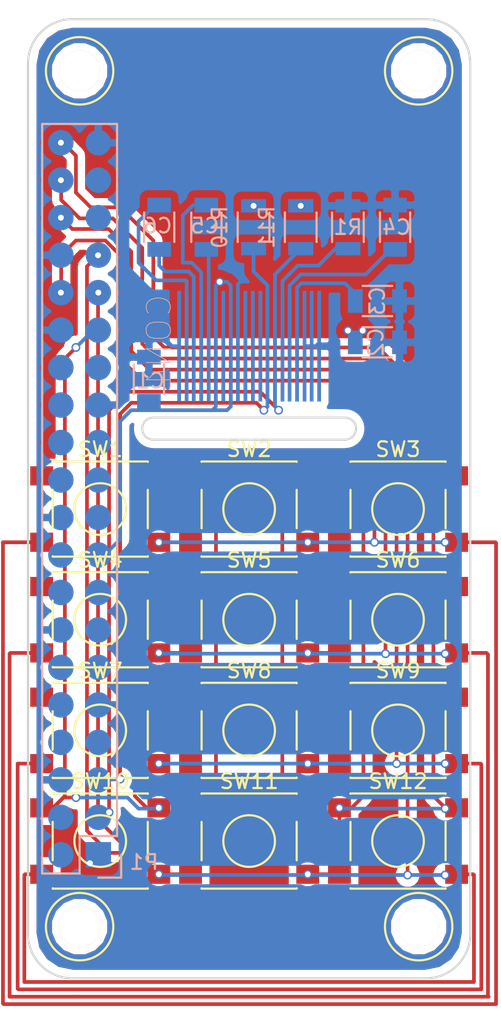
<source format=kicad_pcb>
(kicad_pcb (version 4) (host pcbnew 4.0.3+e1-6302~38~ubuntu16.04.1-stable)

  (general
    (links 83)
    (no_connects 0)
    (area 122.424999 79.424999 152.575001 144.575001)
    (thickness 1.6)
    (drawings 16)
    (tracks 409)
    (zones 0)
    (modules 27)
    (nets 44)
  )

  (page A4)
  (layers
    (0 F.Cu signal)
    (31 B.Cu signal)
    (32 B.Adhes user)
    (33 F.Adhes user hide)
    (34 B.Paste user)
    (35 F.Paste user hide)
    (36 B.SilkS user hide)
    (37 F.SilkS user hide)
    (38 B.Mask user)
    (39 F.Mask user hide)
    (40 Dwgs.User user hide)
    (41 Cmts.User user)
    (42 Eco1.User user)
    (43 Eco2.User user)
    (44 Edge.Cuts user)
    (45 Margin user)
    (46 B.CrtYd user)
    (47 F.CrtYd user hide)
    (48 B.Fab user)
    (49 F.Fab user hide)
  )

  (setup
    (last_trace_width 0.25)
    (trace_clearance 0.2)
    (zone_clearance 0.5)
    (zone_45_only no)
    (trace_min 0.2)
    (segment_width 0.2)
    (edge_width 0.15)
    (via_size 0.6)
    (via_drill 0.4)
    (via_min_size 0.4)
    (via_min_drill 0.3)
    (uvia_size 0.3)
    (uvia_drill 0.1)
    (uvias_allowed no)
    (uvia_min_size 0.2)
    (uvia_min_drill 0.1)
    (pcb_text_width 0.3)
    (pcb_text_size 1.5 1.5)
    (mod_edge_width 0.15)
    (mod_text_size 1 1)
    (mod_text_width 0.15)
    (pad_size 1.7272 1.7272)
    (pad_drill 0)
    (pad_to_mask_clearance 0.2)
    (aux_axis_origin 0 0)
    (visible_elements FFFFFF1F)
    (pcbplotparams
      (layerselection 0x00030_80000001)
      (usegerberextensions false)
      (excludeedgelayer true)
      (linewidth 0.100000)
      (plotframeref false)
      (viasonmask false)
      (mode 1)
      (useauxorigin false)
      (hpglpennumber 1)
      (hpglpenspeed 20)
      (hpglpendiameter 15)
      (hpglpenoverlay 2)
      (psnegative false)
      (psa4output false)
      (plotreference true)
      (plotvalue true)
      (plotinvisibletext false)
      (padsonsilk false)
      (subtractmaskfromsilk false)
      (outputformat 1)
      (mirror false)
      (drillshape 1)
      (scaleselection 1)
      (outputdirectory ""))
  )

  (net 0 "")
  (net 1 GND)
  (net 2 +3V3)
  (net 3 "Net-(P1-Pad2)")
  (net 4 "Net-(P1-Pad4)")
  (net 5 OLED_SCL)
  (net 6 ESP_CHPD)
  (net 7 UART_TX)
  (net 8 UART_RX)
  (net 9 SHUTDOWN)
  (net 10 "Net-(P1-Pad12)")
  (net 11 SD_D3)
  (net 12 ESP_CLK)
  (net 13 SD_CMD)
  (net 14 SD_D0)
  (net 15 "Net-(P1-Pad19)")
  (net 16 "Net-(P1-Pad21)")
  (net 17 SD_D1)
  (net 18 "Net-(P1-Pad23)")
  (net 19 "Net-(P1-Pad24)")
  (net 20 "Net-(P1-Pad26)")
  (net 21 "Net-(P1-Pad27)")
  (net 22 "Net-(P1-Pad28)")
  (net 23 COL_1)
  (net 24 COL_2)
  (net 25 ROW_1)
  (net 26 COL_3)
  (net 27 "Net-(P1-Pad35)")
  (net 28 ROW_2)
  (net 29 SD_D2)
  (net 30 ROW_3)
  (net 31 ROW_4)
  (net 32 "Net-(C3-Pad1)")
  (net 33 OLED_SDA)
  (net 34 "Net-(C4-Pad1)")
  (net 35 "Net-(C5-Pad1)")
  (net 36 "Net-(C5-Pad2)")
  (net 37 "Net-(C6-Pad1)")
  (net 38 "Net-(C6-Pad2)")
  (net 39 "Net-(CON1-Pad7)")
  (net 40 "Net-(CON1-Pad15)")
  (net 41 "Net-(CON1-Pad10)")
  (net 42 "Net-(CON1-Pad11)")
  (net 43 "Net-(CON1-Pad12)")

  (net_class Default "This is the default net class."
    (clearance 0.2)
    (trace_width 0.25)
    (via_dia 0.6)
    (via_drill 0.4)
    (uvia_dia 0.3)
    (uvia_drill 0.1)
    (add_net +3V3)
    (add_net COL_1)
    (add_net COL_2)
    (add_net COL_3)
    (add_net ESP_CHPD)
    (add_net ESP_CLK)
    (add_net GND)
    (add_net "Net-(C3-Pad1)")
    (add_net "Net-(C4-Pad1)")
    (add_net "Net-(C5-Pad1)")
    (add_net "Net-(C5-Pad2)")
    (add_net "Net-(C6-Pad1)")
    (add_net "Net-(C6-Pad2)")
    (add_net "Net-(CON1-Pad10)")
    (add_net "Net-(CON1-Pad11)")
    (add_net "Net-(CON1-Pad12)")
    (add_net "Net-(CON1-Pad15)")
    (add_net "Net-(CON1-Pad7)")
    (add_net "Net-(P1-Pad12)")
    (add_net "Net-(P1-Pad19)")
    (add_net "Net-(P1-Pad2)")
    (add_net "Net-(P1-Pad21)")
    (add_net "Net-(P1-Pad23)")
    (add_net "Net-(P1-Pad24)")
    (add_net "Net-(P1-Pad26)")
    (add_net "Net-(P1-Pad27)")
    (add_net "Net-(P1-Pad28)")
    (add_net "Net-(P1-Pad35)")
    (add_net "Net-(P1-Pad4)")
    (add_net OLED_SCL)
    (add_net OLED_SDA)
    (add_net ROW_1)
    (add_net ROW_2)
    (add_net ROW_3)
    (add_net ROW_4)
    (add_net SD_CMD)
    (add_net SD_D0)
    (add_net SD_D1)
    (add_net SD_D2)
    (add_net SD_D3)
    (add_net SHUTDOWN)
    (add_net UART_RX)
    (add_net UART_TX)
  )

  (net_class Power ""
    (clearance 0.2)
    (trace_width 0.45)
    (via_dia 0.6)
    (via_drill 0.4)
    (uvia_dia 0.3)
    (uvia_drill 0.1)
  )

  (module Buttons_Switches_SMD:SW_SPST_PTS645 (layer F.Cu) (tedit 56E05A10) (tstamp 576AA989)
    (at 147.6 112.7)
    (descr "C&K Components SPST SMD PTS645 Series 6mm Tact Switch")
    (tags "SPST Button Switch")
    (path /572BCC13)
    (attr smd)
    (fp_text reference SW3 (at 0 -4.05) (layer F.SilkS)
      (effects (font (size 1 1) (thickness 0.15)))
    )
    (fp_text value 3 (at 0 4.15) (layer F.Fab)
      (effects (font (size 1 1) (thickness 0.15)))
    )
    (fp_circle (center 0 0) (end 1.75 -0.05) (layer F.SilkS) (width 0.15))
    (fp_line (start 5.05 3.4) (end 5.05 -3.4) (layer F.CrtYd) (width 0.05))
    (fp_line (start -5.05 -3.4) (end -5.05 3.4) (layer F.CrtYd) (width 0.05))
    (fp_line (start -5.05 3.4) (end 5.05 3.4) (layer F.CrtYd) (width 0.05))
    (fp_line (start -5.05 -3.4) (end 5.05 -3.4) (layer F.CrtYd) (width 0.05))
    (fp_line (start 3.225 -3.225) (end 3.225 -3.2) (layer F.SilkS) (width 0.15))
    (fp_line (start 3.225 3.225) (end 3.225 3.2) (layer F.SilkS) (width 0.15))
    (fp_line (start -3.225 3.225) (end -3.225 3.2) (layer F.SilkS) (width 0.15))
    (fp_line (start -3.225 -3.2) (end -3.225 -3.225) (layer F.SilkS) (width 0.15))
    (fp_line (start 3.225 -1.3) (end 3.225 1.3) (layer F.SilkS) (width 0.15))
    (fp_line (start -3.225 -3.225) (end 3.225 -3.225) (layer F.SilkS) (width 0.15))
    (fp_line (start -3.225 -1.3) (end -3.225 1.3) (layer F.SilkS) (width 0.15))
    (fp_line (start -3.225 3.225) (end 3.225 3.225) (layer F.SilkS) (width 0.15))
    (pad 2 smd rect (at -3.975 2.25) (size 1.55 1.3) (layers F.Cu F.Paste F.Mask)
      (net 25 ROW_1))
    (pad 1 smd rect (at -3.975 -2.25) (size 1.55 1.3) (layers F.Cu F.Paste F.Mask)
      (net 26 COL_3))
    (pad 1 smd rect (at 3.975 -2.25) (size 1.55 1.3) (layers F.Cu F.Paste F.Mask)
      (net 26 COL_3))
    (pad 2 smd rect (at 3.975 2.25) (size 1.55 1.3) (layers F.Cu F.Paste F.Mask)
      (net 25 ROW_1))
    (model Buttons_Switches_SMD.3dshapes/SW_SPST_PTS645.wrl
      (at (xyz 0 0 0))
      (scale (xyz 1 1 1))
      (rotate (xyz 0 0 0))
    )
  )

  (module Connect:1pin (layer F.Cu) (tedit 576A5A2B) (tstamp 576A5535)
    (at 126 83)
    (descr "module 1 pin (ou trou mecanique de percage)")
    (tags DEV)
    (fp_text reference REF** (at 0 -3.048) (layer F.SilkS) hide
      (effects (font (size 1 1) (thickness 0.15)))
    )
    (fp_text value 1pin (at 0 2.794) (layer F.Fab) hide
      (effects (font (size 1 1) (thickness 0.15)))
    )
    (fp_circle (center 0 0) (end 0 -2.286) (layer F.SilkS) (width 0.15))
    (pad 1 thru_hole circle (at 0 0) (size 2.75 2.75) (drill 2.75) (layers *.Cu *.Mask F.SilkS))
  )

  (module Connect:1pin (layer F.Cu) (tedit 576A5A3A) (tstamp 576A559C)
    (at 149 141)
    (descr "module 1 pin (ou trou mecanique de percage)")
    (tags DEV)
    (fp_text reference REF** (at 0 -3.048) (layer F.SilkS) hide
      (effects (font (size 1 1) (thickness 0.15)))
    )
    (fp_text value 1pin (at 0 2.794) (layer F.Fab) hide
      (effects (font (size 1 1) (thickness 0.15)))
    )
    (fp_circle (center 0 0) (end 0 -2.286) (layer F.SilkS) (width 0.15))
    (pad 1 thru_hole circle (at 0 0) (size 2.75 2.75) (drill 2.75) (layers *.Cu *.Mask F.SilkS))
  )

  (module Connect:1pin (layer F.Cu) (tedit 576A5A40) (tstamp 576A5565)
    (at 126 141)
    (descr "module 1 pin (ou trou mecanique de percage)")
    (tags DEV)
    (fp_text reference REF** (at 0 -3.048) (layer F.SilkS) hide
      (effects (font (size 1 1) (thickness 0.15)))
    )
    (fp_text value 1pin (at 0 2.794) (layer F.Fab) hide
      (effects (font (size 1 1) (thickness 0.15)))
    )
    (fp_circle (center 0 0) (end 0 -2.286) (layer F.SilkS) (width 0.15))
    (pad 1 thru_hole circle (at 0 0) (size 2.75 2.75) (drill 2.75) (layers *.Cu *.Mask F.SilkS))
  )

  (module hardpass:Pin_Header_Mirrored-NoHoles_2x20 (layer B.Cu) (tedit 57B4C41D) (tstamp 5728B380)
    (at 124.87 136.13)
    (descr "Through hole pin header")
    (tags "pin header")
    (path /57211855)
    (fp_text reference P1 (at 5.5 0.5) (layer B.SilkS)
      (effects (font (size 1 1) (thickness 0.15)) (justify mirror))
    )
    (fp_text value Pi_Zero (at 0 3.1) (layer B.Fab)
      (effects (font (size 1 1) (thickness 0.15)) (justify mirror))
    )
    (fp_line (start 4.15 1.75) (end 4.15 -50.05) (layer B.CrtYd) (width 0.05))
    (fp_line (start -1.9 1.75) (end -1.9 -50.05) (layer B.CrtYd) (width 0.05))
    (fp_line (start 4.15 1.75) (end -1.9 1.75) (layer B.CrtYd) (width 0.05))
    (fp_line (start 4.15 -50.05) (end -1.9 -50.05) (layer B.CrtYd) (width 0.05))
    (fp_line (start -1.41 -49.53) (end -1.41 1.27) (layer B.SilkS) (width 0.15))
    (fp_line (start 3.67 -1.27) (end 3.67 -49.53) (layer B.SilkS) (width 0.15))
    (fp_line (start -1.41 -49.53) (end 3.67 -49.53) (layer B.SilkS) (width 0.15))
    (fp_line (start -1.41 1.27) (end 1.13 1.27) (layer B.SilkS) (width 0.15))
    (fp_line (start 2.4 1.55) (end 3.95 1.55) (layer B.SilkS) (width 0.15))
    (fp_line (start 1.13 1.27) (end 1.13 -1.27) (layer B.SilkS) (width 0.15))
    (fp_line (start 1.13 -1.27) (end 3.67 -1.27) (layer B.SilkS) (width 0.15))
    (fp_line (start 3.95 1.55) (end 3.95 0) (layer B.SilkS) (width 0.15))
    (pad 1 smd rect (at 2.4 0 180) (size 1.7272 1.7272) (layers B.Cu B.Paste B.Mask)
      (net 2 +3V3))
    (pad 2 smd oval (at -0.14 0 180) (size 1.7272 1.7272) (layers B.Cu B.Paste B.Mask)
      (net 3 "Net-(P1-Pad2)"))
    (pad 3 smd oval (at 2.4 -2.54 180) (size 1.7272 1.7272) (layers B.Cu B.Paste B.Mask)
      (net 33 OLED_SDA))
    (pad 4 smd oval (at -0.14 -2.54 180) (size 1.7272 1.7272) (layers B.Cu B.Paste B.Mask)
      (net 4 "Net-(P1-Pad4)"))
    (pad 5 smd oval (at 2.4 -5.08 180) (size 1.7272 1.7272) (layers B.Cu B.Paste B.Mask)
      (net 5 OLED_SCL))
    (pad 6 smd oval (at -0.14 -5.08 180) (size 1.7272 1.7272) (layers B.Cu B.Paste B.Mask)
      (net 1 GND))
    (pad 7 smd oval (at 2.4 -7.62 180) (size 1.7272 1.7272) (layers B.Cu B.Paste B.Mask)
      (net 6 ESP_CHPD))
    (pad 8 smd oval (at -0.14 -7.62 180) (size 1.7272 1.7272) (layers B.Cu B.Paste B.Mask)
      (net 7 UART_TX))
    (pad 9 smd oval (at 2.4 -10.16 180) (size 1.7272 1.7272) (layers B.Cu B.Paste B.Mask)
      (net 1 GND))
    (pad 10 smd oval (at -0.14 -10.16 180) (size 1.7272 1.7272) (layers B.Cu B.Paste B.Mask)
      (net 8 UART_RX))
    (pad 11 smd oval (at 2.4 -12.7 180) (size 1.7272 1.7272) (layers B.Cu B.Paste B.Mask)
      (net 9 SHUTDOWN))
    (pad 12 smd oval (at -0.14 -12.7 180) (size 1.7272 1.7272) (layers B.Cu B.Paste B.Mask)
      (net 10 "Net-(P1-Pad12)"))
    (pad 13 smd oval (at 2.4 -15.24 180) (size 1.7272 1.7272) (layers B.Cu B.Paste B.Mask)
      (net 11 SD_D3))
    (pad 14 smd oval (at -0.14 -15.24 180) (size 1.7272 1.7272) (layers B.Cu B.Paste B.Mask)
      (net 1 GND))
    (pad 15 smd oval (at 2.4 -17.78 180) (size 1.7272 1.7272) (layers B.Cu B.Paste B.Mask)
      (net 12 ESP_CLK))
    (pad 16 smd oval (at -0.14 -17.78 180) (size 1.7272 1.7272) (layers B.Cu B.Paste B.Mask)
      (net 13 SD_CMD))
    (pad 17 smd oval (at 2.4 -20.32 180) (size 1.7272 1.7272) (layers B.Cu B.Paste B.Mask)
      (net 2 +3V3))
    (pad 18 smd oval (at -0.14 -20.32 180) (size 1.7272 1.7272) (layers B.Cu B.Paste B.Mask)
      (net 14 SD_D0))
    (pad 19 smd oval (at 2.4 -22.86 180) (size 1.7272 1.7272) (layers B.Cu B.Paste B.Mask)
      (net 15 "Net-(P1-Pad19)"))
    (pad 20 smd oval (at -0.14 -22.86 180) (size 1.7272 1.7272) (layers B.Cu B.Paste B.Mask)
      (net 1 GND))
    (pad 21 smd oval (at 2.4 -25.4 180) (size 1.7272 1.7272) (layers B.Cu B.Paste B.Mask)
      (net 16 "Net-(P1-Pad21)"))
    (pad 22 smd oval (at -0.14 -25.4 180) (size 1.7272 1.7272) (layers B.Cu B.Paste B.Mask)
      (net 17 SD_D1))
    (pad 23 smd oval (at 2.4 -27.94 180) (size 1.7272 1.7272) (layers B.Cu B.Paste B.Mask)
      (net 18 "Net-(P1-Pad23)"))
    (pad 24 smd oval (at -0.14 -27.94 180) (size 1.7272 1.7272) (layers B.Cu B.Paste B.Mask)
      (net 19 "Net-(P1-Pad24)"))
    (pad 25 smd oval (at 2.4 -30.48 180) (size 1.7272 1.7272) (layers B.Cu B.Paste B.Mask)
      (net 1 GND))
    (pad 26 smd oval (at -0.14 -30.48 180) (size 1.7272 1.7272) (layers B.Cu B.Paste B.Mask)
      (net 20 "Net-(P1-Pad26)"))
    (pad 27 smd oval (at 2.4 -33.02 180) (size 1.7272 1.7272) (layers B.Cu B.Paste B.Mask)
      (net 21 "Net-(P1-Pad27)"))
    (pad 28 smd oval (at -0.14 -33.02 180) (size 1.7272 1.7272) (layers B.Cu B.Paste B.Mask)
      (net 22 "Net-(P1-Pad28)"))
    (pad 29 smd oval (at 2.4 -35.56 180) (size 1.7272 1.7272) (layers B.Cu B.Paste B.Mask)
      (net 23 COL_1))
    (pad 30 smd oval (at -0.14 -35.56 180) (size 1.7272 1.7272) (layers B.Cu B.Paste B.Mask)
      (net 1 GND))
    (pad 31 smd oval (at 2.4 -38.1 180) (size 1.7272 1.7272) (layers B.Cu B.Paste B.Mask)
      (net 24 COL_2))
    (pad 32 smd oval (at -0.14 -38.1 180) (size 1.7272 1.7272) (layers B.Cu B.Paste B.Mask)
      (net 25 ROW_1))
    (pad 33 smd oval (at 2.4 -40.64 180) (size 1.7272 1.7272) (layers B.Cu B.Paste B.Mask)
      (net 26 COL_3))
    (pad 34 smd oval (at -0.14 -40.64 180) (size 1.7272 1.7272) (layers B.Cu B.Paste B.Mask)
      (net 1 GND))
    (pad 35 smd oval (at 2.4 -43.18 180) (size 1.7272 1.7272) (layers B.Cu B.Paste B.Mask)
      (net 27 "Net-(P1-Pad35)"))
    (pad 36 smd oval (at -0.14 -43.18 180) (size 1.7272 1.7272) (layers B.Cu B.Paste B.Mask)
      (net 28 ROW_2))
    (pad 37 smd oval (at 2.4 -45.72 180) (size 1.7272 1.7272) (layers B.Cu B.Paste B.Mask)
      (net 29 SD_D2))
    (pad 38 smd oval (at -0.14 -45.72 180) (size 1.7272 1.7272) (layers B.Cu B.Paste B.Mask)
      (net 30 ROW_3))
    (pad 39 smd oval (at 2.4 -48.26 180) (size 1.7272 1.7272) (layers B.Cu B.Paste B.Mask)
      (net 1 GND))
    (pad 40 smd oval (at -0.14 -48.26 180) (size 1.7272 1.7272) (layers B.Cu B.Paste B.Mask)
      (net 31 ROW_4))
  )

  (module Connect:1pin (layer F.Cu) (tedit 576A5A33) (tstamp 576A5479)
    (at 149 83)
    (descr "module 1 pin (ou trou mecanique de percage)")
    (tags DEV)
    (fp_text reference REF** (at 0 -3.048) (layer F.SilkS) hide
      (effects (font (size 1 1) (thickness 0.15)))
    )
    (fp_text value 1pin (at 0 2.794) (layer F.Fab) hide
      (effects (font (size 1 1) (thickness 0.15)))
    )
    (fp_circle (center 0 0) (end 0 -2.286) (layer F.SilkS) (width 0.15))
    (pad 1 thru_hole circle (at 0 0) (size 2.75 2.75) (drill 2.75) (layers *.Cu *.Mask F.SilkS))
  )

  (module Capacitors_SMD:C_1206 (layer B.Cu) (tedit 576AAF6A) (tstamp 576AA3D6)
    (at 130.7 103.9 90)
    (descr "Capacitor SMD 1206, reflow soldering, AVX (see smccp.pdf)")
    (tags "capacitor 1206")
    (path /576ABC45)
    (attr smd)
    (fp_text reference C1 (at -0.1 0.1 180) (layer B.SilkS)
      (effects (font (size 1 1) (thickness 0.15)) (justify mirror))
    )
    (fp_text value 1µF (at 0 -2.3 90) (layer B.Fab)
      (effects (font (size 1 1) (thickness 0.15)) (justify mirror))
    )
    (fp_line (start -2.3 1.15) (end 2.3 1.15) (layer B.CrtYd) (width 0.05))
    (fp_line (start -2.3 -1.15) (end 2.3 -1.15) (layer B.CrtYd) (width 0.05))
    (fp_line (start -2.3 1.15) (end -2.3 -1.15) (layer B.CrtYd) (width 0.05))
    (fp_line (start 2.3 1.15) (end 2.3 -1.15) (layer B.CrtYd) (width 0.05))
    (fp_line (start 1 1.025) (end -1 1.025) (layer B.SilkS) (width 0.15))
    (fp_line (start -1 -1.025) (end 1 -1.025) (layer B.SilkS) (width 0.15))
    (pad 1 smd rect (at -1.5 0 90) (size 1 1.6) (layers B.Cu B.Paste B.Mask)
      (net 2 +3V3))
    (pad 2 smd rect (at 1.5 0 90) (size 1 1.6) (layers B.Cu B.Paste B.Mask)
      (net 1 GND))
    (model Capacitors_SMD.3dshapes/C_1206.wrl
      (at (xyz 0 0 0))
      (scale (xyz 1 1 1))
      (rotate (xyz 0 0 0))
    )
  )

  (module Capacitors_SMD:C_1206 (layer B.Cu) (tedit 576AAF66) (tstamp 576AA3E2)
    (at 146.2 101.4)
    (descr "Capacitor SMD 1206, reflow soldering, AVX (see smccp.pdf)")
    (tags "capacitor 1206")
    (path /576ABF65)
    (attr smd)
    (fp_text reference C2 (at -0.1 0 90) (layer B.SilkS)
      (effects (font (size 1 1) (thickness 0.15)) (justify mirror))
    )
    (fp_text value 1µF (at 0 -2.3) (layer B.Fab)
      (effects (font (size 1 1) (thickness 0.15)) (justify mirror))
    )
    (fp_line (start -2.3 1.15) (end 2.3 1.15) (layer B.CrtYd) (width 0.05))
    (fp_line (start -2.3 -1.15) (end 2.3 -1.15) (layer B.CrtYd) (width 0.05))
    (fp_line (start -2.3 1.15) (end -2.3 -1.15) (layer B.CrtYd) (width 0.05))
    (fp_line (start 2.3 1.15) (end 2.3 -1.15) (layer B.CrtYd) (width 0.05))
    (fp_line (start 1 1.025) (end -1 1.025) (layer B.SilkS) (width 0.15))
    (fp_line (start -1 -1.025) (end 1 -1.025) (layer B.SilkS) (width 0.15))
    (pad 1 smd rect (at -1.5 0) (size 1 1.6) (layers B.Cu B.Paste B.Mask)
      (net 2 +3V3))
    (pad 2 smd rect (at 1.5 0) (size 1 1.6) (layers B.Cu B.Paste B.Mask)
      (net 1 GND))
    (model Capacitors_SMD.3dshapes/C_1206.wrl
      (at (xyz 0 0 0))
      (scale (xyz 1 1 1))
      (rotate (xyz 0 0 0))
    )
  )

  (module Capacitors_SMD:C_1206 (layer B.Cu) (tedit 576AAF85) (tstamp 576AA3EE)
    (at 146.2 98.6)
    (descr "Capacitor SMD 1206, reflow soldering, AVX (see smccp.pdf)")
    (tags "capacitor 1206")
    (path /576AC79A)
    (attr smd)
    (fp_text reference C3 (at 0 0 90) (layer B.SilkS)
      (effects (font (size 1 1) (thickness 0.15)) (justify mirror))
    )
    (fp_text value 2.2µF (at 0 -2.3) (layer B.Fab)
      (effects (font (size 1 1) (thickness 0.15)) (justify mirror))
    )
    (fp_line (start -2.3 1.15) (end 2.3 1.15) (layer B.CrtYd) (width 0.05))
    (fp_line (start -2.3 -1.15) (end 2.3 -1.15) (layer B.CrtYd) (width 0.05))
    (fp_line (start -2.3 1.15) (end -2.3 -1.15) (layer B.CrtYd) (width 0.05))
    (fp_line (start 2.3 1.15) (end 2.3 -1.15) (layer B.CrtYd) (width 0.05))
    (fp_line (start 1 1.025) (end -1 1.025) (layer B.SilkS) (width 0.15))
    (fp_line (start -1 -1.025) (end 1 -1.025) (layer B.SilkS) (width 0.15))
    (pad 1 smd rect (at -1.5 0) (size 1 1.6) (layers B.Cu B.Paste B.Mask)
      (net 32 "Net-(C3-Pad1)"))
    (pad 2 smd rect (at 1.5 0) (size 1 1.6) (layers B.Cu B.Paste B.Mask)
      (net 1 GND))
    (model Capacitors_SMD.3dshapes/C_1206.wrl
      (at (xyz 0 0 0))
      (scale (xyz 1 1 1))
      (rotate (xyz 0 0 0))
    )
  )

  (module Capacitors_SMD:C_1206 (layer B.Cu) (tedit 576AAF80) (tstamp 576AA3FA)
    (at 147.4 93.6 90)
    (descr "Capacitor SMD 1206, reflow soldering, AVX (see smccp.pdf)")
    (tags "capacitor 1206")
    (path /576ACF95)
    (attr smd)
    (fp_text reference C4 (at 0 0.1 180) (layer B.SilkS)
      (effects (font (size 1 1) (thickness 0.15)) (justify mirror))
    )
    (fp_text value 4.7µF (at 0 -2.3 90) (layer B.Fab)
      (effects (font (size 1 1) (thickness 0.15)) (justify mirror))
    )
    (fp_line (start -2.3 1.15) (end 2.3 1.15) (layer B.CrtYd) (width 0.05))
    (fp_line (start -2.3 -1.15) (end 2.3 -1.15) (layer B.CrtYd) (width 0.05))
    (fp_line (start -2.3 1.15) (end -2.3 -1.15) (layer B.CrtYd) (width 0.05))
    (fp_line (start 2.3 1.15) (end 2.3 -1.15) (layer B.CrtYd) (width 0.05))
    (fp_line (start 1 1.025) (end -1 1.025) (layer B.SilkS) (width 0.15))
    (fp_line (start -1 -1.025) (end 1 -1.025) (layer B.SilkS) (width 0.15))
    (pad 1 smd rect (at -1.5 0 90) (size 1 1.6) (layers B.Cu B.Paste B.Mask)
      (net 34 "Net-(C4-Pad1)"))
    (pad 2 smd rect (at 1.5 0 90) (size 1 1.6) (layers B.Cu B.Paste B.Mask)
      (net 1 GND))
    (model Capacitors_SMD.3dshapes/C_1206.wrl
      (at (xyz 0 0 0))
      (scale (xyz 1 1 1))
      (rotate (xyz 0 0 0))
    )
  )

  (module Capacitors_SMD:C_1206 (layer B.Cu) (tedit 576AAF5C) (tstamp 576AA406)
    (at 134.6 93.6 270)
    (descr "Capacitor SMD 1206, reflow soldering, AVX (see smccp.pdf)")
    (tags "capacitor 1206")
    (path /576AB9B6)
    (attr smd)
    (fp_text reference C5 (at -0.1 0.1 360) (layer B.SilkS)
      (effects (font (size 1 1) (thickness 0.15)) (justify mirror))
    )
    (fp_text value 1µF (at 0 -2.3 270) (layer B.Fab)
      (effects (font (size 1 1) (thickness 0.15)) (justify mirror))
    )
    (fp_line (start -2.3 1.15) (end 2.3 1.15) (layer B.CrtYd) (width 0.05))
    (fp_line (start -2.3 -1.15) (end 2.3 -1.15) (layer B.CrtYd) (width 0.05))
    (fp_line (start -2.3 1.15) (end -2.3 -1.15) (layer B.CrtYd) (width 0.05))
    (fp_line (start 2.3 1.15) (end 2.3 -1.15) (layer B.CrtYd) (width 0.05))
    (fp_line (start 1 1.025) (end -1 1.025) (layer B.SilkS) (width 0.15))
    (fp_line (start -1 -1.025) (end 1 -1.025) (layer B.SilkS) (width 0.15))
    (pad 1 smd rect (at -1.5 0 270) (size 1 1.6) (layers B.Cu B.Paste B.Mask)
      (net 35 "Net-(C5-Pad1)"))
    (pad 2 smd rect (at 1.5 0 270) (size 1 1.6) (layers B.Cu B.Paste B.Mask)
      (net 36 "Net-(C5-Pad2)"))
    (model Capacitors_SMD.3dshapes/C_1206.wrl
      (at (xyz 0 0 0))
      (scale (xyz 1 1 1))
      (rotate (xyz 0 0 0))
    )
  )

  (module Capacitors_SMD:C_1206 (layer B.Cu) (tedit 576AAF60) (tstamp 576AA412)
    (at 131.4 93.6 270)
    (descr "Capacitor SMD 1206, reflow soldering, AVX (see smccp.pdf)")
    (tags "capacitor 1206")
    (path /576AB858)
    (attr smd)
    (fp_text reference C6 (at -0.1 0.1 360) (layer B.SilkS)
      (effects (font (size 1 1) (thickness 0.15)) (justify mirror))
    )
    (fp_text value 1µF (at 0 -2.3 270) (layer B.Fab)
      (effects (font (size 1 1) (thickness 0.15)) (justify mirror))
    )
    (fp_line (start -2.3 1.15) (end 2.3 1.15) (layer B.CrtYd) (width 0.05))
    (fp_line (start -2.3 -1.15) (end 2.3 -1.15) (layer B.CrtYd) (width 0.05))
    (fp_line (start -2.3 1.15) (end -2.3 -1.15) (layer B.CrtYd) (width 0.05))
    (fp_line (start 2.3 1.15) (end 2.3 -1.15) (layer B.CrtYd) (width 0.05))
    (fp_line (start 1 1.025) (end -1 1.025) (layer B.SilkS) (width 0.15))
    (fp_line (start -1 -1.025) (end 1 -1.025) (layer B.SilkS) (width 0.15))
    (pad 1 smd rect (at -1.5 0 270) (size 1 1.6) (layers B.Cu B.Paste B.Mask)
      (net 37 "Net-(C6-Pad1)"))
    (pad 2 smd rect (at 1.5 0 270) (size 1 1.6) (layers B.Cu B.Paste B.Mask)
      (net 38 "Net-(C6-Pad2)"))
    (model Capacitors_SMD.3dshapes/C_1206.wrl
      (at (xyz 0 0 0))
      (scale (xyz 1 1 1))
      (rotate (xyz 0 0 0))
    )
  )

  (module hardpass:Solderpads_OLED20Pin_.5mmPitch (layer B.Cu) (tedit 576AAF9E) (tstamp 576AA42A)
    (at 137.5 104.1 180)
    (path /576AB656)
    (solder_mask_margin 0.1)
    (attr smd)
    (fp_text reference CON1 (at 6.1 2.7 270) (layer B.SilkS)
      (effects (font (size 1.64 1.64) (thickness 0.05)) (justify mirror))
    )
    (fp_text value ER-OLED-FPC20 (at 0 -2.9 180) (layer B.SilkS) hide
      (effects (font (size 1.64 1.64) (thickness 0.05)) (justify mirror))
    )
    (pad 1 smd rect (at 4.7498 2.4384 270) (size 7.5 0.254) (layers B.Cu B.Paste B.Mask)
      (net 1 GND) (solder_mask_margin 0.2))
    (pad 2 smd rect (at 4.2418 2.4384 270) (size 7.5 0.254) (layers B.Cu B.Paste B.Mask)
      (net 37 "Net-(C6-Pad1)") (solder_mask_margin 0.2))
    (pad 3 smd rect (at 3.7592 2.4384 270) (size 7.5 0.254) (layers B.Cu B.Paste B.Mask)
      (net 38 "Net-(C6-Pad2)") (solder_mask_margin 0.2))
    (pad 4 smd rect (at 3.2512 2.4384 270) (size 7.5 0.254) (layers B.Cu B.Paste B.Mask)
      (net 35 "Net-(C5-Pad1)") (solder_mask_margin 0.2))
    (pad 5 smd rect (at 2.7432 2.4384 270) (size 7.5 0.254) (layers B.Cu B.Paste B.Mask)
      (net 36 "Net-(C5-Pad2)") (solder_mask_margin 0.2))
    (pad 6 smd rect (at 2.2606 2.4384 270) (size 7.5 0.254) (layers B.Cu B.Paste B.Mask)
      (net 2 +3V3) (solder_mask_margin 0.2))
    (pad 7 smd rect (at 1.7526 2.4384 270) (size 7.5 0.254) (layers B.Cu B.Paste B.Mask)
      (net 39 "Net-(CON1-Pad7)") (solder_mask_margin 0.2))
    (pad 8 smd rect (at 1.2446 2.4384 270) (size 7.5 0.254) (layers B.Cu B.Paste B.Mask)
      (net 2 +3V3) (solder_mask_margin 0.2))
    (pad 9 smd rect (at 0.762 2.4384 270) (size 7.5 0.254) (layers B.Cu B.Paste B.Mask)
      (net 1 GND) (solder_mask_margin 0.2))
    (pad 10 smd rect (at 0.254 2.4384 270) (size 7.5 0.254) (layers B.Cu B.Paste B.Mask)
      (net 41 "Net-(CON1-Pad10)") (solder_mask_margin 0.2))
    (pad 11 smd rect (at -0.254 2.4384 270) (size 7.5 0.254) (layers B.Cu B.Paste B.Mask)
      (net 42 "Net-(CON1-Pad11)") (solder_mask_margin 0.2))
    (pad 12 smd rect (at -0.762 2.4384 270) (size 7.5 0.254) (layers B.Cu B.Paste B.Mask)
      (net 43 "Net-(CON1-Pad12)") (solder_mask_margin 0.2))
    (pad 13 smd rect (at -1.2446 2.4384 270) (size 7.5 0.254) (layers B.Cu B.Paste B.Mask)
      (net 5 OLED_SCL) (solder_mask_margin 0.2))
    (pad 14 smd rect (at -1.7526 2.4384 270) (size 7.5 0.254) (layers B.Cu B.Paste B.Mask)
      (net 33 OLED_SDA) (solder_mask_margin 0.2))
    (pad 15 smd rect (at -2.2606 2.4384 270) (size 7.5 0.254) (layers B.Cu B.Paste B.Mask)
      (net 40 "Net-(CON1-Pad15)") (solder_mask_margin 0.2))
    (pad 16 smd rect (at -2.7432 2.4384 270) (size 7.5 0.254) (layers B.Cu B.Paste B.Mask)
      (net 34 "Net-(C4-Pad1)") (solder_mask_margin 0.2))
    (pad 17 smd rect (at -3.2512 2.4384 270) (size 7.5 0.254) (layers B.Cu B.Paste B.Mask)
      (net 32 "Net-(C3-Pad1)") (solder_mask_margin 0.2))
    (pad 18 smd rect (at -3.7592 2.4384 270) (size 7.5 0.254) (layers B.Cu B.Paste B.Mask)
      (net 1 GND) (solder_mask_margin 0.2))
    (pad 19 smd rect (at -4.2418 2.4384 270) (size 7.5 0.254) (layers B.Cu B.Paste B.Mask)
      (net 1 GND) (solder_mask_margin 0.2))
    (pad 20 smd rect (at -4.7498 2.4384 270) (size 7.5 0.254) (layers B.Cu B.Paste B.Mask)
      (net 1 GND) (solder_mask_margin 0.2))
  )

  (module Resistors_SMD:R_1206 (layer B.Cu) (tedit 576AAF71) (tstamp 576AA436)
    (at 144.2 93.6 90)
    (descr "Resistor SMD 1206, reflow soldering, Vishay (see dcrcw.pdf)")
    (tags "resistor 1206")
    (path /576AE193)
    (attr smd)
    (fp_text reference R1 (at 0 0 180) (layer B.SilkS)
      (effects (font (size 1 1) (thickness 0.15)) (justify mirror))
    )
    (fp_text value 390k (at 0 -2.3 90) (layer B.Fab)
      (effects (font (size 1 1) (thickness 0.15)) (justify mirror))
    )
    (fp_line (start -2.2 1.2) (end 2.2 1.2) (layer B.CrtYd) (width 0.05))
    (fp_line (start -2.2 -1.2) (end 2.2 -1.2) (layer B.CrtYd) (width 0.05))
    (fp_line (start -2.2 1.2) (end -2.2 -1.2) (layer B.CrtYd) (width 0.05))
    (fp_line (start 2.2 1.2) (end 2.2 -1.2) (layer B.CrtYd) (width 0.05))
    (fp_line (start 1 -1.075) (end -1 -1.075) (layer B.SilkS) (width 0.15))
    (fp_line (start -1 1.075) (end 1 1.075) (layer B.SilkS) (width 0.15))
    (pad 1 smd rect (at -1.45 0 90) (size 0.9 1.7) (layers B.Cu B.Paste B.Mask)
      (net 40 "Net-(CON1-Pad15)"))
    (pad 2 smd rect (at 1.45 0 90) (size 0.9 1.7) (layers B.Cu B.Paste B.Mask)
      (net 1 GND))
    (model Resistors_SMD.3dshapes/R_1206.wrl
      (at (xyz 0 0 0))
      (scale (xyz 1 1 1))
      (rotate (xyz 0 0 0))
    )
  )

  (module Buttons_Switches_SMD:SW_SPST_PTS645 (layer F.Cu) (tedit 56E05A10) (tstamp 576AA95F)
    (at 127.4 112.7)
    (descr "C&K Components SPST SMD PTS645 Series 6mm Tact Switch")
    (tags "SPST Button Switch")
    (path /572BCA0F)
    (attr smd)
    (fp_text reference SW1 (at 0 -4.05) (layer F.SilkS)
      (effects (font (size 1 1) (thickness 0.15)))
    )
    (fp_text value 1 (at 0 4.15) (layer F.Fab)
      (effects (font (size 1 1) (thickness 0.15)))
    )
    (fp_circle (center 0 0) (end 1.75 -0.05) (layer F.SilkS) (width 0.15))
    (fp_line (start 5.05 3.4) (end 5.05 -3.4) (layer F.CrtYd) (width 0.05))
    (fp_line (start -5.05 -3.4) (end -5.05 3.4) (layer F.CrtYd) (width 0.05))
    (fp_line (start -5.05 3.4) (end 5.05 3.4) (layer F.CrtYd) (width 0.05))
    (fp_line (start -5.05 -3.4) (end 5.05 -3.4) (layer F.CrtYd) (width 0.05))
    (fp_line (start 3.225 -3.225) (end 3.225 -3.2) (layer F.SilkS) (width 0.15))
    (fp_line (start 3.225 3.225) (end 3.225 3.2) (layer F.SilkS) (width 0.15))
    (fp_line (start -3.225 3.225) (end -3.225 3.2) (layer F.SilkS) (width 0.15))
    (fp_line (start -3.225 -3.2) (end -3.225 -3.225) (layer F.SilkS) (width 0.15))
    (fp_line (start 3.225 -1.3) (end 3.225 1.3) (layer F.SilkS) (width 0.15))
    (fp_line (start -3.225 -3.225) (end 3.225 -3.225) (layer F.SilkS) (width 0.15))
    (fp_line (start -3.225 -1.3) (end -3.225 1.3) (layer F.SilkS) (width 0.15))
    (fp_line (start -3.225 3.225) (end 3.225 3.225) (layer F.SilkS) (width 0.15))
    (pad 2 smd rect (at -3.975 2.25) (size 1.55 1.3) (layers F.Cu F.Paste F.Mask)
      (net 25 ROW_1))
    (pad 1 smd rect (at -3.975 -2.25) (size 1.55 1.3) (layers F.Cu F.Paste F.Mask)
      (net 23 COL_1))
    (pad 1 smd rect (at 3.975 -2.25) (size 1.55 1.3) (layers F.Cu F.Paste F.Mask)
      (net 23 COL_1))
    (pad 2 smd rect (at 3.975 2.25) (size 1.55 1.3) (layers F.Cu F.Paste F.Mask)
      (net 25 ROW_1))
    (model Buttons_Switches_SMD.3dshapes/SW_SPST_PTS645.wrl
      (at (xyz 0 0 0))
      (scale (xyz 1 1 1))
      (rotate (xyz 0 0 0))
    )
  )

  (module Buttons_Switches_SMD:SW_SPST_PTS645 (layer F.Cu) (tedit 56E05A10) (tstamp 576AA974)
    (at 137.5 112.7)
    (descr "C&K Components SPST SMD PTS645 Series 6mm Tact Switch")
    (tags "SPST Button Switch")
    (path /572BCB0D)
    (attr smd)
    (fp_text reference SW2 (at 0 -4.05) (layer F.SilkS)
      (effects (font (size 1 1) (thickness 0.15)))
    )
    (fp_text value 2 (at 0 4.15) (layer F.Fab)
      (effects (font (size 1 1) (thickness 0.15)))
    )
    (fp_circle (center 0 0) (end 1.75 -0.05) (layer F.SilkS) (width 0.15))
    (fp_line (start 5.05 3.4) (end 5.05 -3.4) (layer F.CrtYd) (width 0.05))
    (fp_line (start -5.05 -3.4) (end -5.05 3.4) (layer F.CrtYd) (width 0.05))
    (fp_line (start -5.05 3.4) (end 5.05 3.4) (layer F.CrtYd) (width 0.05))
    (fp_line (start -5.05 -3.4) (end 5.05 -3.4) (layer F.CrtYd) (width 0.05))
    (fp_line (start 3.225 -3.225) (end 3.225 -3.2) (layer F.SilkS) (width 0.15))
    (fp_line (start 3.225 3.225) (end 3.225 3.2) (layer F.SilkS) (width 0.15))
    (fp_line (start -3.225 3.225) (end -3.225 3.2) (layer F.SilkS) (width 0.15))
    (fp_line (start -3.225 -3.2) (end -3.225 -3.225) (layer F.SilkS) (width 0.15))
    (fp_line (start 3.225 -1.3) (end 3.225 1.3) (layer F.SilkS) (width 0.15))
    (fp_line (start -3.225 -3.225) (end 3.225 -3.225) (layer F.SilkS) (width 0.15))
    (fp_line (start -3.225 -1.3) (end -3.225 1.3) (layer F.SilkS) (width 0.15))
    (fp_line (start -3.225 3.225) (end 3.225 3.225) (layer F.SilkS) (width 0.15))
    (pad 2 smd rect (at -3.975 2.25) (size 1.55 1.3) (layers F.Cu F.Paste F.Mask)
      (net 25 ROW_1))
    (pad 1 smd rect (at -3.975 -2.25) (size 1.55 1.3) (layers F.Cu F.Paste F.Mask)
      (net 24 COL_2))
    (pad 1 smd rect (at 3.975 -2.25) (size 1.55 1.3) (layers F.Cu F.Paste F.Mask)
      (net 24 COL_2))
    (pad 2 smd rect (at 3.975 2.25) (size 1.55 1.3) (layers F.Cu F.Paste F.Mask)
      (net 25 ROW_1))
    (model Buttons_Switches_SMD.3dshapes/SW_SPST_PTS645.wrl
      (at (xyz 0 0 0))
      (scale (xyz 1 1 1))
      (rotate (xyz 0 0 0))
    )
  )

  (module Buttons_Switches_SMD:SW_SPST_PTS645 (layer F.Cu) (tedit 56E05A10) (tstamp 576AA99E)
    (at 127.4 120.2)
    (descr "C&K Components SPST SMD PTS645 Series 6mm Tact Switch")
    (tags "SPST Button Switch")
    (path /572BCDB9)
    (attr smd)
    (fp_text reference SW4 (at 0 -4.05) (layer F.SilkS)
      (effects (font (size 1 1) (thickness 0.15)))
    )
    (fp_text value 4 (at 0 4.15) (layer F.Fab)
      (effects (font (size 1 1) (thickness 0.15)))
    )
    (fp_circle (center 0 0) (end 1.75 -0.05) (layer F.SilkS) (width 0.15))
    (fp_line (start 5.05 3.4) (end 5.05 -3.4) (layer F.CrtYd) (width 0.05))
    (fp_line (start -5.05 -3.4) (end -5.05 3.4) (layer F.CrtYd) (width 0.05))
    (fp_line (start -5.05 3.4) (end 5.05 3.4) (layer F.CrtYd) (width 0.05))
    (fp_line (start -5.05 -3.4) (end 5.05 -3.4) (layer F.CrtYd) (width 0.05))
    (fp_line (start 3.225 -3.225) (end 3.225 -3.2) (layer F.SilkS) (width 0.15))
    (fp_line (start 3.225 3.225) (end 3.225 3.2) (layer F.SilkS) (width 0.15))
    (fp_line (start -3.225 3.225) (end -3.225 3.2) (layer F.SilkS) (width 0.15))
    (fp_line (start -3.225 -3.2) (end -3.225 -3.225) (layer F.SilkS) (width 0.15))
    (fp_line (start 3.225 -1.3) (end 3.225 1.3) (layer F.SilkS) (width 0.15))
    (fp_line (start -3.225 -3.225) (end 3.225 -3.225) (layer F.SilkS) (width 0.15))
    (fp_line (start -3.225 -1.3) (end -3.225 1.3) (layer F.SilkS) (width 0.15))
    (fp_line (start -3.225 3.225) (end 3.225 3.225) (layer F.SilkS) (width 0.15))
    (pad 2 smd rect (at -3.975 2.25) (size 1.55 1.3) (layers F.Cu F.Paste F.Mask)
      (net 28 ROW_2))
    (pad 1 smd rect (at -3.975 -2.25) (size 1.55 1.3) (layers F.Cu F.Paste F.Mask)
      (net 23 COL_1))
    (pad 1 smd rect (at 3.975 -2.25) (size 1.55 1.3) (layers F.Cu F.Paste F.Mask)
      (net 23 COL_1))
    (pad 2 smd rect (at 3.975 2.25) (size 1.55 1.3) (layers F.Cu F.Paste F.Mask)
      (net 28 ROW_2))
    (model Buttons_Switches_SMD.3dshapes/SW_SPST_PTS645.wrl
      (at (xyz 0 0 0))
      (scale (xyz 1 1 1))
      (rotate (xyz 0 0 0))
    )
  )

  (module Buttons_Switches_SMD:SW_SPST_PTS645 (layer F.Cu) (tedit 56E05A10) (tstamp 576AA9B3)
    (at 137.5 120.2)
    (descr "C&K Components SPST SMD PTS645 Series 6mm Tact Switch")
    (tags "SPST Button Switch")
    (path /572BCFBE)
    (attr smd)
    (fp_text reference SW5 (at 0 -4.05) (layer F.SilkS)
      (effects (font (size 1 1) (thickness 0.15)))
    )
    (fp_text value 5 (at 0 4.15) (layer F.Fab)
      (effects (font (size 1 1) (thickness 0.15)))
    )
    (fp_circle (center 0 0) (end 1.75 -0.05) (layer F.SilkS) (width 0.15))
    (fp_line (start 5.05 3.4) (end 5.05 -3.4) (layer F.CrtYd) (width 0.05))
    (fp_line (start -5.05 -3.4) (end -5.05 3.4) (layer F.CrtYd) (width 0.05))
    (fp_line (start -5.05 3.4) (end 5.05 3.4) (layer F.CrtYd) (width 0.05))
    (fp_line (start -5.05 -3.4) (end 5.05 -3.4) (layer F.CrtYd) (width 0.05))
    (fp_line (start 3.225 -3.225) (end 3.225 -3.2) (layer F.SilkS) (width 0.15))
    (fp_line (start 3.225 3.225) (end 3.225 3.2) (layer F.SilkS) (width 0.15))
    (fp_line (start -3.225 3.225) (end -3.225 3.2) (layer F.SilkS) (width 0.15))
    (fp_line (start -3.225 -3.2) (end -3.225 -3.225) (layer F.SilkS) (width 0.15))
    (fp_line (start 3.225 -1.3) (end 3.225 1.3) (layer F.SilkS) (width 0.15))
    (fp_line (start -3.225 -3.225) (end 3.225 -3.225) (layer F.SilkS) (width 0.15))
    (fp_line (start -3.225 -1.3) (end -3.225 1.3) (layer F.SilkS) (width 0.15))
    (fp_line (start -3.225 3.225) (end 3.225 3.225) (layer F.SilkS) (width 0.15))
    (pad 2 smd rect (at -3.975 2.25) (size 1.55 1.3) (layers F.Cu F.Paste F.Mask)
      (net 28 ROW_2))
    (pad 1 smd rect (at -3.975 -2.25) (size 1.55 1.3) (layers F.Cu F.Paste F.Mask)
      (net 24 COL_2))
    (pad 1 smd rect (at 3.975 -2.25) (size 1.55 1.3) (layers F.Cu F.Paste F.Mask)
      (net 24 COL_2))
    (pad 2 smd rect (at 3.975 2.25) (size 1.55 1.3) (layers F.Cu F.Paste F.Mask)
      (net 28 ROW_2))
    (model Buttons_Switches_SMD.3dshapes/SW_SPST_PTS645.wrl
      (at (xyz 0 0 0))
      (scale (xyz 1 1 1))
      (rotate (xyz 0 0 0))
    )
  )

  (module Buttons_Switches_SMD:SW_SPST_PTS645 (layer F.Cu) (tedit 56E05A10) (tstamp 576AA9C8)
    (at 147.6 120.2)
    (descr "C&K Components SPST SMD PTS645 Series 6mm Tact Switch")
    (tags "SPST Button Switch")
    (path /572BD09D)
    (attr smd)
    (fp_text reference SW6 (at 0 -4.05) (layer F.SilkS)
      (effects (font (size 1 1) (thickness 0.15)))
    )
    (fp_text value 6 (at 0 4.15) (layer F.Fab)
      (effects (font (size 1 1) (thickness 0.15)))
    )
    (fp_circle (center 0 0) (end 1.75 -0.05) (layer F.SilkS) (width 0.15))
    (fp_line (start 5.05 3.4) (end 5.05 -3.4) (layer F.CrtYd) (width 0.05))
    (fp_line (start -5.05 -3.4) (end -5.05 3.4) (layer F.CrtYd) (width 0.05))
    (fp_line (start -5.05 3.4) (end 5.05 3.4) (layer F.CrtYd) (width 0.05))
    (fp_line (start -5.05 -3.4) (end 5.05 -3.4) (layer F.CrtYd) (width 0.05))
    (fp_line (start 3.225 -3.225) (end 3.225 -3.2) (layer F.SilkS) (width 0.15))
    (fp_line (start 3.225 3.225) (end 3.225 3.2) (layer F.SilkS) (width 0.15))
    (fp_line (start -3.225 3.225) (end -3.225 3.2) (layer F.SilkS) (width 0.15))
    (fp_line (start -3.225 -3.2) (end -3.225 -3.225) (layer F.SilkS) (width 0.15))
    (fp_line (start 3.225 -1.3) (end 3.225 1.3) (layer F.SilkS) (width 0.15))
    (fp_line (start -3.225 -3.225) (end 3.225 -3.225) (layer F.SilkS) (width 0.15))
    (fp_line (start -3.225 -1.3) (end -3.225 1.3) (layer F.SilkS) (width 0.15))
    (fp_line (start -3.225 3.225) (end 3.225 3.225) (layer F.SilkS) (width 0.15))
    (pad 2 smd rect (at -3.975 2.25) (size 1.55 1.3) (layers F.Cu F.Paste F.Mask)
      (net 28 ROW_2))
    (pad 1 smd rect (at -3.975 -2.25) (size 1.55 1.3) (layers F.Cu F.Paste F.Mask)
      (net 26 COL_3))
    (pad 1 smd rect (at 3.975 -2.25) (size 1.55 1.3) (layers F.Cu F.Paste F.Mask)
      (net 26 COL_3))
    (pad 2 smd rect (at 3.975 2.25) (size 1.55 1.3) (layers F.Cu F.Paste F.Mask)
      (net 28 ROW_2))
    (model Buttons_Switches_SMD.3dshapes/SW_SPST_PTS645.wrl
      (at (xyz 0 0 0))
      (scale (xyz 1 1 1))
      (rotate (xyz 0 0 0))
    )
  )

  (module Buttons_Switches_SMD:SW_SPST_PTS645 (layer F.Cu) (tedit 56E05A10) (tstamp 576AA9DD)
    (at 127.4 127.7)
    (descr "C&K Components SPST SMD PTS645 Series 6mm Tact Switch")
    (tags "SPST Button Switch")
    (path /572BD274)
    (attr smd)
    (fp_text reference SW7 (at 0 -4.05) (layer F.SilkS)
      (effects (font (size 1 1) (thickness 0.15)))
    )
    (fp_text value 7 (at 0 4.15) (layer F.Fab)
      (effects (font (size 1 1) (thickness 0.15)))
    )
    (fp_circle (center 0 0) (end 1.75 -0.05) (layer F.SilkS) (width 0.15))
    (fp_line (start 5.05 3.4) (end 5.05 -3.4) (layer F.CrtYd) (width 0.05))
    (fp_line (start -5.05 -3.4) (end -5.05 3.4) (layer F.CrtYd) (width 0.05))
    (fp_line (start -5.05 3.4) (end 5.05 3.4) (layer F.CrtYd) (width 0.05))
    (fp_line (start -5.05 -3.4) (end 5.05 -3.4) (layer F.CrtYd) (width 0.05))
    (fp_line (start 3.225 -3.225) (end 3.225 -3.2) (layer F.SilkS) (width 0.15))
    (fp_line (start 3.225 3.225) (end 3.225 3.2) (layer F.SilkS) (width 0.15))
    (fp_line (start -3.225 3.225) (end -3.225 3.2) (layer F.SilkS) (width 0.15))
    (fp_line (start -3.225 -3.2) (end -3.225 -3.225) (layer F.SilkS) (width 0.15))
    (fp_line (start 3.225 -1.3) (end 3.225 1.3) (layer F.SilkS) (width 0.15))
    (fp_line (start -3.225 -3.225) (end 3.225 -3.225) (layer F.SilkS) (width 0.15))
    (fp_line (start -3.225 -1.3) (end -3.225 1.3) (layer F.SilkS) (width 0.15))
    (fp_line (start -3.225 3.225) (end 3.225 3.225) (layer F.SilkS) (width 0.15))
    (pad 2 smd rect (at -3.975 2.25) (size 1.55 1.3) (layers F.Cu F.Paste F.Mask)
      (net 30 ROW_3))
    (pad 1 smd rect (at -3.975 -2.25) (size 1.55 1.3) (layers F.Cu F.Paste F.Mask)
      (net 23 COL_1))
    (pad 1 smd rect (at 3.975 -2.25) (size 1.55 1.3) (layers F.Cu F.Paste F.Mask)
      (net 23 COL_1))
    (pad 2 smd rect (at 3.975 2.25) (size 1.55 1.3) (layers F.Cu F.Paste F.Mask)
      (net 30 ROW_3))
    (model Buttons_Switches_SMD.3dshapes/SW_SPST_PTS645.wrl
      (at (xyz 0 0 0))
      (scale (xyz 1 1 1))
      (rotate (xyz 0 0 0))
    )
  )

  (module Buttons_Switches_SMD:SW_SPST_PTS645 (layer F.Cu) (tedit 56E05A10) (tstamp 576AA9F2)
    (at 137.5 127.7)
    (descr "C&K Components SPST SMD PTS645 Series 6mm Tact Switch")
    (tags "SPST Button Switch")
    (path /572BD343)
    (attr smd)
    (fp_text reference SW8 (at 0 -4.05) (layer F.SilkS)
      (effects (font (size 1 1) (thickness 0.15)))
    )
    (fp_text value 8 (at 0 4.15) (layer F.Fab)
      (effects (font (size 1 1) (thickness 0.15)))
    )
    (fp_circle (center 0 0) (end 1.75 -0.05) (layer F.SilkS) (width 0.15))
    (fp_line (start 5.05 3.4) (end 5.05 -3.4) (layer F.CrtYd) (width 0.05))
    (fp_line (start -5.05 -3.4) (end -5.05 3.4) (layer F.CrtYd) (width 0.05))
    (fp_line (start -5.05 3.4) (end 5.05 3.4) (layer F.CrtYd) (width 0.05))
    (fp_line (start -5.05 -3.4) (end 5.05 -3.4) (layer F.CrtYd) (width 0.05))
    (fp_line (start 3.225 -3.225) (end 3.225 -3.2) (layer F.SilkS) (width 0.15))
    (fp_line (start 3.225 3.225) (end 3.225 3.2) (layer F.SilkS) (width 0.15))
    (fp_line (start -3.225 3.225) (end -3.225 3.2) (layer F.SilkS) (width 0.15))
    (fp_line (start -3.225 -3.2) (end -3.225 -3.225) (layer F.SilkS) (width 0.15))
    (fp_line (start 3.225 -1.3) (end 3.225 1.3) (layer F.SilkS) (width 0.15))
    (fp_line (start -3.225 -3.225) (end 3.225 -3.225) (layer F.SilkS) (width 0.15))
    (fp_line (start -3.225 -1.3) (end -3.225 1.3) (layer F.SilkS) (width 0.15))
    (fp_line (start -3.225 3.225) (end 3.225 3.225) (layer F.SilkS) (width 0.15))
    (pad 2 smd rect (at -3.975 2.25) (size 1.55 1.3) (layers F.Cu F.Paste F.Mask)
      (net 30 ROW_3))
    (pad 1 smd rect (at -3.975 -2.25) (size 1.55 1.3) (layers F.Cu F.Paste F.Mask)
      (net 24 COL_2))
    (pad 1 smd rect (at 3.975 -2.25) (size 1.55 1.3) (layers F.Cu F.Paste F.Mask)
      (net 24 COL_2))
    (pad 2 smd rect (at 3.975 2.25) (size 1.55 1.3) (layers F.Cu F.Paste F.Mask)
      (net 30 ROW_3))
    (model Buttons_Switches_SMD.3dshapes/SW_SPST_PTS645.wrl
      (at (xyz 0 0 0))
      (scale (xyz 1 1 1))
      (rotate (xyz 0 0 0))
    )
  )

  (module Buttons_Switches_SMD:SW_SPST_PTS645 (layer F.Cu) (tedit 56E05A10) (tstamp 576AAA07)
    (at 147.6 127.7)
    (descr "C&K Components SPST SMD PTS645 Series 6mm Tact Switch")
    (tags "SPST Button Switch")
    (path /572BD459)
    (attr smd)
    (fp_text reference SW9 (at 0 -4.05) (layer F.SilkS)
      (effects (font (size 1 1) (thickness 0.15)))
    )
    (fp_text value 9 (at 0 4.15) (layer F.Fab)
      (effects (font (size 1 1) (thickness 0.15)))
    )
    (fp_circle (center 0 0) (end 1.75 -0.05) (layer F.SilkS) (width 0.15))
    (fp_line (start 5.05 3.4) (end 5.05 -3.4) (layer F.CrtYd) (width 0.05))
    (fp_line (start -5.05 -3.4) (end -5.05 3.4) (layer F.CrtYd) (width 0.05))
    (fp_line (start -5.05 3.4) (end 5.05 3.4) (layer F.CrtYd) (width 0.05))
    (fp_line (start -5.05 -3.4) (end 5.05 -3.4) (layer F.CrtYd) (width 0.05))
    (fp_line (start 3.225 -3.225) (end 3.225 -3.2) (layer F.SilkS) (width 0.15))
    (fp_line (start 3.225 3.225) (end 3.225 3.2) (layer F.SilkS) (width 0.15))
    (fp_line (start -3.225 3.225) (end -3.225 3.2) (layer F.SilkS) (width 0.15))
    (fp_line (start -3.225 -3.2) (end -3.225 -3.225) (layer F.SilkS) (width 0.15))
    (fp_line (start 3.225 -1.3) (end 3.225 1.3) (layer F.SilkS) (width 0.15))
    (fp_line (start -3.225 -3.225) (end 3.225 -3.225) (layer F.SilkS) (width 0.15))
    (fp_line (start -3.225 -1.3) (end -3.225 1.3) (layer F.SilkS) (width 0.15))
    (fp_line (start -3.225 3.225) (end 3.225 3.225) (layer F.SilkS) (width 0.15))
    (pad 2 smd rect (at -3.975 2.25) (size 1.55 1.3) (layers F.Cu F.Paste F.Mask)
      (net 30 ROW_3))
    (pad 1 smd rect (at -3.975 -2.25) (size 1.55 1.3) (layers F.Cu F.Paste F.Mask)
      (net 26 COL_3))
    (pad 1 smd rect (at 3.975 -2.25) (size 1.55 1.3) (layers F.Cu F.Paste F.Mask)
      (net 26 COL_3))
    (pad 2 smd rect (at 3.975 2.25) (size 1.55 1.3) (layers F.Cu F.Paste F.Mask)
      (net 30 ROW_3))
    (model Buttons_Switches_SMD.3dshapes/SW_SPST_PTS645.wrl
      (at (xyz 0 0 0))
      (scale (xyz 1 1 1))
      (rotate (xyz 0 0 0))
    )
  )

  (module Buttons_Switches_SMD:SW_SPST_PTS645 (layer F.Cu) (tedit 56E05A10) (tstamp 576AAA1C)
    (at 127.4 135.2)
    (descr "C&K Components SPST SMD PTS645 Series 6mm Tact Switch")
    (tags "SPST Button Switch")
    (path /572BD528)
    (attr smd)
    (fp_text reference SW10 (at 0 -4.05) (layer F.SilkS)
      (effects (font (size 1 1) (thickness 0.15)))
    )
    (fp_text value C/UP (at 0 4.15) (layer F.Fab)
      (effects (font (size 1 1) (thickness 0.15)))
    )
    (fp_circle (center 0 0) (end 1.75 -0.05) (layer F.SilkS) (width 0.15))
    (fp_line (start 5.05 3.4) (end 5.05 -3.4) (layer F.CrtYd) (width 0.05))
    (fp_line (start -5.05 -3.4) (end -5.05 3.4) (layer F.CrtYd) (width 0.05))
    (fp_line (start -5.05 3.4) (end 5.05 3.4) (layer F.CrtYd) (width 0.05))
    (fp_line (start -5.05 -3.4) (end 5.05 -3.4) (layer F.CrtYd) (width 0.05))
    (fp_line (start 3.225 -3.225) (end 3.225 -3.2) (layer F.SilkS) (width 0.15))
    (fp_line (start 3.225 3.225) (end 3.225 3.2) (layer F.SilkS) (width 0.15))
    (fp_line (start -3.225 3.225) (end -3.225 3.2) (layer F.SilkS) (width 0.15))
    (fp_line (start -3.225 -3.2) (end -3.225 -3.225) (layer F.SilkS) (width 0.15))
    (fp_line (start 3.225 -1.3) (end 3.225 1.3) (layer F.SilkS) (width 0.15))
    (fp_line (start -3.225 -3.225) (end 3.225 -3.225) (layer F.SilkS) (width 0.15))
    (fp_line (start -3.225 -1.3) (end -3.225 1.3) (layer F.SilkS) (width 0.15))
    (fp_line (start -3.225 3.225) (end 3.225 3.225) (layer F.SilkS) (width 0.15))
    (pad 2 smd rect (at -3.975 2.25) (size 1.55 1.3) (layers F.Cu F.Paste F.Mask)
      (net 31 ROW_4))
    (pad 1 smd rect (at -3.975 -2.25) (size 1.55 1.3) (layers F.Cu F.Paste F.Mask)
      (net 23 COL_1))
    (pad 1 smd rect (at 3.975 -2.25) (size 1.55 1.3) (layers F.Cu F.Paste F.Mask)
      (net 23 COL_1))
    (pad 2 smd rect (at 3.975 2.25) (size 1.55 1.3) (layers F.Cu F.Paste F.Mask)
      (net 31 ROW_4))
    (model Buttons_Switches_SMD.3dshapes/SW_SPST_PTS645.wrl
      (at (xyz 0 0 0))
      (scale (xyz 1 1 1))
      (rotate (xyz 0 0 0))
    )
  )

  (module Buttons_Switches_SMD:SW_SPST_PTS645 (layer F.Cu) (tedit 56E05A10) (tstamp 576AAA31)
    (at 137.5 135.2)
    (descr "C&K Components SPST SMD PTS645 Series 6mm Tact Switch")
    (tags "SPST Button Switch")
    (path /572BD6CB)
    (attr smd)
    (fp_text reference SW11 (at 0 -4.05) (layer F.SilkS)
      (effects (font (size 1 1) (thickness 0.15)))
    )
    (fp_text value 0/OK (at 0 4.15) (layer F.Fab)
      (effects (font (size 1 1) (thickness 0.15)))
    )
    (fp_circle (center 0 0) (end 1.75 -0.05) (layer F.SilkS) (width 0.15))
    (fp_line (start 5.05 3.4) (end 5.05 -3.4) (layer F.CrtYd) (width 0.05))
    (fp_line (start -5.05 -3.4) (end -5.05 3.4) (layer F.CrtYd) (width 0.05))
    (fp_line (start -5.05 3.4) (end 5.05 3.4) (layer F.CrtYd) (width 0.05))
    (fp_line (start -5.05 -3.4) (end 5.05 -3.4) (layer F.CrtYd) (width 0.05))
    (fp_line (start 3.225 -3.225) (end 3.225 -3.2) (layer F.SilkS) (width 0.15))
    (fp_line (start 3.225 3.225) (end 3.225 3.2) (layer F.SilkS) (width 0.15))
    (fp_line (start -3.225 3.225) (end -3.225 3.2) (layer F.SilkS) (width 0.15))
    (fp_line (start -3.225 -3.2) (end -3.225 -3.225) (layer F.SilkS) (width 0.15))
    (fp_line (start 3.225 -1.3) (end 3.225 1.3) (layer F.SilkS) (width 0.15))
    (fp_line (start -3.225 -3.225) (end 3.225 -3.225) (layer F.SilkS) (width 0.15))
    (fp_line (start -3.225 -1.3) (end -3.225 1.3) (layer F.SilkS) (width 0.15))
    (fp_line (start -3.225 3.225) (end 3.225 3.225) (layer F.SilkS) (width 0.15))
    (pad 2 smd rect (at -3.975 2.25) (size 1.55 1.3) (layers F.Cu F.Paste F.Mask)
      (net 31 ROW_4))
    (pad 1 smd rect (at -3.975 -2.25) (size 1.55 1.3) (layers F.Cu F.Paste F.Mask)
      (net 24 COL_2))
    (pad 1 smd rect (at 3.975 -2.25) (size 1.55 1.3) (layers F.Cu F.Paste F.Mask)
      (net 24 COL_2))
    (pad 2 smd rect (at 3.975 2.25) (size 1.55 1.3) (layers F.Cu F.Paste F.Mask)
      (net 31 ROW_4))
    (model Buttons_Switches_SMD.3dshapes/SW_SPST_PTS645.wrl
      (at (xyz 0 0 0))
      (scale (xyz 1 1 1))
      (rotate (xyz 0 0 0))
    )
  )

  (module Buttons_Switches_SMD:SW_SPST_PTS645 (layer F.Cu) (tedit 56E05A10) (tstamp 576AAA46)
    (at 147.6 135.2)
    (descr "C&K Components SPST SMD PTS645 Series 6mm Tact Switch")
    (tags "SPST Button Switch")
    (path /572BD811)
    (attr smd)
    (fp_text reference SW12 (at 0 -4.05) (layer F.SilkS)
      (effects (font (size 1 1) (thickness 0.15)))
    )
    (fp_text value OK/DN (at 0 4.15) (layer F.Fab)
      (effects (font (size 1 1) (thickness 0.15)))
    )
    (fp_circle (center 0 0) (end 1.75 -0.05) (layer F.SilkS) (width 0.15))
    (fp_line (start 5.05 3.4) (end 5.05 -3.4) (layer F.CrtYd) (width 0.05))
    (fp_line (start -5.05 -3.4) (end -5.05 3.4) (layer F.CrtYd) (width 0.05))
    (fp_line (start -5.05 3.4) (end 5.05 3.4) (layer F.CrtYd) (width 0.05))
    (fp_line (start -5.05 -3.4) (end 5.05 -3.4) (layer F.CrtYd) (width 0.05))
    (fp_line (start 3.225 -3.225) (end 3.225 -3.2) (layer F.SilkS) (width 0.15))
    (fp_line (start 3.225 3.225) (end 3.225 3.2) (layer F.SilkS) (width 0.15))
    (fp_line (start -3.225 3.225) (end -3.225 3.2) (layer F.SilkS) (width 0.15))
    (fp_line (start -3.225 -3.2) (end -3.225 -3.225) (layer F.SilkS) (width 0.15))
    (fp_line (start 3.225 -1.3) (end 3.225 1.3) (layer F.SilkS) (width 0.15))
    (fp_line (start -3.225 -3.225) (end 3.225 -3.225) (layer F.SilkS) (width 0.15))
    (fp_line (start -3.225 -1.3) (end -3.225 1.3) (layer F.SilkS) (width 0.15))
    (fp_line (start -3.225 3.225) (end 3.225 3.225) (layer F.SilkS) (width 0.15))
    (pad 2 smd rect (at -3.975 2.25) (size 1.55 1.3) (layers F.Cu F.Paste F.Mask)
      (net 31 ROW_4))
    (pad 1 smd rect (at -3.975 -2.25) (size 1.55 1.3) (layers F.Cu F.Paste F.Mask)
      (net 26 COL_3))
    (pad 1 smd rect (at 3.975 -2.25) (size 1.55 1.3) (layers F.Cu F.Paste F.Mask)
      (net 26 COL_3))
    (pad 2 smd rect (at 3.975 2.25) (size 1.55 1.3) (layers F.Cu F.Paste F.Mask)
      (net 31 ROW_4))
    (model Buttons_Switches_SMD.3dshapes/SW_SPST_PTS645.wrl
      (at (xyz 0 0 0))
      (scale (xyz 1 1 1))
      (rotate (xyz 0 0 0))
    )
  )

  (module Resistors_SMD:R_1206 (layer B.Cu) (tedit 5415CFA7) (tstamp 576ABF28)
    (at 137.8 93.6 270)
    (descr "Resistor SMD 1206, reflow soldering, Vishay (see dcrcw.pdf)")
    (tags "resistor 1206")
    (path /576BB1ED)
    (attr smd)
    (fp_text reference R10 (at 0 2.3 270) (layer B.SilkS)
      (effects (font (size 1 1) (thickness 0.15)) (justify mirror))
    )
    (fp_text value 10k (at 0 -2.3 270) (layer B.Fab)
      (effects (font (size 1 1) (thickness 0.15)) (justify mirror))
    )
    (fp_line (start -2.2 1.2) (end 2.2 1.2) (layer B.CrtYd) (width 0.05))
    (fp_line (start -2.2 -1.2) (end 2.2 -1.2) (layer B.CrtYd) (width 0.05))
    (fp_line (start -2.2 1.2) (end -2.2 -1.2) (layer B.CrtYd) (width 0.05))
    (fp_line (start 2.2 1.2) (end 2.2 -1.2) (layer B.CrtYd) (width 0.05))
    (fp_line (start 1 -1.075) (end -1 -1.075) (layer B.SilkS) (width 0.15))
    (fp_line (start -1 1.075) (end 1 1.075) (layer B.SilkS) (width 0.15))
    (pad 1 smd rect (at -1.45 0 270) (size 0.9 1.7) (layers B.Cu B.Paste B.Mask)
      (net 2 +3V3))
    (pad 2 smd rect (at 1.45 0 270) (size 0.9 1.7) (layers B.Cu B.Paste B.Mask)
      (net 5 OLED_SCL))
    (model Resistors_SMD.3dshapes/R_1206.wrl
      (at (xyz 0 0 0))
      (scale (xyz 1 1 1))
      (rotate (xyz 0 0 0))
    )
  )

  (module Resistors_SMD:R_1206 (layer B.Cu) (tedit 5415CFA7) (tstamp 576ABF34)
    (at 141 93.6 270)
    (descr "Resistor SMD 1206, reflow soldering, Vishay (see dcrcw.pdf)")
    (tags "resistor 1206")
    (path /576BAD7F)
    (attr smd)
    (fp_text reference R11 (at 0 2.3 270) (layer B.SilkS)
      (effects (font (size 1 1) (thickness 0.15)) (justify mirror))
    )
    (fp_text value 10k (at 0 -2.3 270) (layer B.Fab)
      (effects (font (size 1 1) (thickness 0.15)) (justify mirror))
    )
    (fp_line (start -2.2 1.2) (end 2.2 1.2) (layer B.CrtYd) (width 0.05))
    (fp_line (start -2.2 -1.2) (end 2.2 -1.2) (layer B.CrtYd) (width 0.05))
    (fp_line (start -2.2 1.2) (end -2.2 -1.2) (layer B.CrtYd) (width 0.05))
    (fp_line (start 2.2 1.2) (end 2.2 -1.2) (layer B.CrtYd) (width 0.05))
    (fp_line (start 1 -1.075) (end -1 -1.075) (layer B.SilkS) (width 0.15))
    (fp_line (start -1 1.075) (end 1 1.075) (layer B.SilkS) (width 0.15))
    (pad 1 smd rect (at -1.45 0 270) (size 0.9 1.7) (layers B.Cu B.Paste B.Mask)
      (net 2 +3V3))
    (pad 2 smd rect (at 1.45 0 270) (size 0.9 1.7) (layers B.Cu B.Paste B.Mask)
      (net 33 OLED_SDA))
    (model Resistors_SMD.3dshapes/R_1206.wrl
      (at (xyz 0 0 0))
      (scale (xyz 1 1 1))
      (rotate (xyz 0 0 0))
    )
  )

  (gr_line (start 131.5 108) (end 131 108) (angle 90) (layer Edge.Cuts) (width 0.15))
  (gr_line (start 131 106.5) (end 131.5 106.5) (angle 90) (layer Edge.Cuts) (width 0.15))
  (gr_arc (start 131 107.25) (end 131 108) (angle 90) (layer Edge.Cuts) (width 0.15))
  (gr_arc (start 131 107.25) (end 130.25 107.25) (angle 90) (layer Edge.Cuts) (width 0.15))
  (gr_arc (start 144 107.25) (end 144 106.5) (angle 90) (layer Edge.Cuts) (width 0.15))
  (gr_arc (start 144 107.25) (end 144.75 107.25) (angle 90) (layer Edge.Cuts) (width 0.15))
  (gr_line (start 144 106.5) (end 131.5 106.5) (angle 90) (layer Edge.Cuts) (width 0.15))
  (gr_line (start 131.5 108) (end 144 108) (angle 90) (layer Edge.Cuts) (width 0.15))
  (gr_line (start 122.5 141.5) (end 122.5 82.5) (angle 90) (layer Edge.Cuts) (width 0.15))
  (gr_line (start 125.5 144.5) (end 149.5 144.5) (angle 90) (layer Edge.Cuts) (width 0.15))
  (gr_arc (start 125.5 141.5) (end 125.5 144.5) (angle 90) (layer Edge.Cuts) (width 0.15))
  (gr_line (start 152.5 82.5) (end 152.5 141.5) (angle 90) (layer Edge.Cuts) (width 0.15))
  (gr_arc (start 149.5 141.5) (end 152.5 141.5) (angle 90) (layer Edge.Cuts) (width 0.15))
  (gr_line (start 125.5 79.5) (end 149.5 79.5) (angle 90) (layer Edge.Cuts) (width 0.15))
  (gr_arc (start 149.5 82.5) (end 149.5 79.5) (angle 90) (layer Edge.Cuts) (width 0.15))
  (gr_arc (start 125.5 82.5) (end 122.5 82.5) (angle 90) (layer Edge.Cuts) (width 0.15))

  (segment (start 130.7 102.4) (end 130.7 100.55) (width 0.25) (layer B.Cu) (net 1))
  (segment (start 131.6 101) (end 132.2616 101.6616) (width 0.25) (layer B.Cu) (net 1) (tstamp 57B855C9))
  (segment (start 131.15 101) (end 131.6 101) (width 0.25) (layer B.Cu) (net 1) (tstamp 57B855C8))
  (segment (start 130.7 100.55) (end 131.15 101) (width 0.25) (layer B.Cu) (net 1) (tstamp 57B855C7))
  (segment (start 142.2498 101.6616) (end 141.7418 101.6616) (width 0.25) (layer B.Cu) (net 1))
  (segment (start 141.2592 101.6616) (end 142.4616 101.6616) (width 0.25) (layer B.Cu) (net 1))
  (segment (start 142.4616 101.6616) (end 142.6 101.8) (width 0.25) (layer B.Cu) (net 1) (tstamp 57B4D8AF))
  (segment (start 132.7502 101.6616) (end 132.2616 101.6616) (width 0.25) (layer B.Cu) (net 1))
  (segment (start 132.2616 101.6616) (end 132.2 101.6) (width 0.25) (layer B.Cu) (net 1) (tstamp 57B4D8AC))
  (segment (start 136.738 101.6616) (end 136.738 97.462) (width 0.25) (layer B.Cu) (net 1))
  (segment (start 136.738 97.462) (end 137 97.2) (width 0.25) (layer B.Cu) (net 1) (tstamp 57B4D8A9))
  (segment (start 132.7118 101.7) (end 132.7502 101.6616) (width 0.25) (layer B.Cu) (net 1) (tstamp 577413E7))
  (segment (start 141.2592 101.6616) (end 142.2498 101.6616) (width 0.25) (layer B.Cu) (net 1))
  (segment (start 130.7 105.4) (end 130.7 106) (width 0.25) (layer B.Cu) (net 2))
  (segment (start 130.7 106) (end 130.75 106) (width 0.25) (layer B.Cu) (net 2) (tstamp 57B855C2))
  (segment (start 136.2554 101.6616) (end 136.2554 105.7446) (width 0.25) (layer B.Cu) (net 2))
  (segment (start 136 106) (end 135 106) (width 0.25) (layer B.Cu) (net 2) (tstamp 57B7DC8B))
  (segment (start 136.2554 105.7446) (end 136 106) (width 0.25) (layer B.Cu) (net 2) (tstamp 57B7DC89))
  (via (at 126.7 136.7) (size 0.6) (drill 0.4) (layers F.Cu B.Cu) (net 2))
  (segment (start 126.72 136.68) (end 126.7 136.7) (width 0.25) (layer B.Cu) (net 2) (tstamp 57B4CF6F))
  (segment (start 127.27 136.13) (end 126.72 136.68) (width 0.25) (layer B.Cu) (net 2))
  (segment (start 144.7 101.4) (end 144.7 101.1) (width 0.25) (layer B.Cu) (net 2))
  (segment (start 144.7 101.1) (end 145.2 100.6) (width 0.25) (layer B.Cu) (net 2) (tstamp 57B7D7A3))
  (via (at 145.2 100.6) (size 0.6) (drill 0.4) (layers F.Cu B.Cu) (net 2))
  (segment (start 144.7 101.1) (end 144.2 100.6) (width 0.25) (layer B.Cu) (net 2) (tstamp 57B7D79E))
  (via (at 144.2 100.6) (size 0.6) (drill 0.4) (layers F.Cu B.Cu) (net 2))
  (segment (start 135.2394 101.6616) (end 135.2394 105.7606) (width 0.25) (layer B.Cu) (net 2))
  (segment (start 135.2394 105.7606) (end 135 106) (width 0.25) (layer B.Cu) (net 2) (tstamp 57B7D37E))
  (segment (start 128.75 114.75) (end 127.69 115.81) (width 0.25) (layer B.Cu) (net 2) (tstamp 57B7D38B))
  (segment (start 135 106) (end 130.75 106) (width 0.25) (layer B.Cu) (net 2) (tstamp 57B7D380))
  (segment (start 130.75 106) (end 129.5 106) (width 0.25) (layer B.Cu) (net 2) (tstamp 57B855C5))
  (segment (start 129.5 106) (end 128.75 106.75) (width 0.25) (layer B.Cu) (net 2) (tstamp 57B7D382))
  (segment (start 128.75 106.75) (end 128.75 114.75) (width 0.25) (layer B.Cu) (net 2) (tstamp 57B7D387))
  (segment (start 127.69 115.81) (end 127.27 115.81) (width 0.25) (layer B.Cu) (net 2) (tstamp 57B7D38D))
  (segment (start 144.8 101.5) (end 144.7 101.4) (width 0.25) (layer B.Cu) (net 2) (tstamp 57B4D8A6))
  (segment (start 144.6 101.5) (end 144.7 101.4) (width 0.25) (layer B.Cu) (net 2) (tstamp 57B4D8A1))
  (via (at 135.5 97.3) (size 0.6) (drill 0.4) (layers F.Cu B.Cu) (net 2))
  (segment (start 136.2554 101.6616) (end 136.2554 97.5554) (width 0.25) (layer B.Cu) (net 2))
  (segment (start 136.2554 97.5554) (end 136 97.3) (width 0.25) (layer B.Cu) (net 2) (tstamp 57741403))
  (segment (start 136 97.3) (end 135.5 97.3) (width 0.25) (layer B.Cu) (net 2) (tstamp 5774140E))
  (segment (start 135.2394 97.5606) (end 135.5 97.3) (width 0.25) (layer B.Cu) (net 2) (tstamp 57741376))
  (segment (start 135.2394 97.5606) (end 135.2394 101.6616) (width 0.25) (layer B.Cu) (net 2))
  (via (at 141 92.15) (size 0.6) (drill 0.4) (layers F.Cu B.Cu) (net 2))
  (segment (start 141 92.15) (end 141 92.2) (width 0.25) (layer F.Cu) (net 2) (tstamp 5771482B))
  (via (at 137.8 92.15) (size 0.6) (drill 0.4) (layers F.Cu B.Cu) (net 2))
  (segment (start 137.8 92.15) (end 137.8 92.2) (width 0.25) (layer F.Cu) (net 2) (tstamp 57714827))
  (segment (start 138 105.5) (end 129.5 105.5) (width 0.25) (layer F.Cu) (net 5))
  (segment (start 129.5 105.5) (end 129.25 105.75) (width 0.25) (layer F.Cu) (net 5) (tstamp 57B4CEC1))
  (segment (start 138.7446 105.7554) (end 138.5 106) (width 0.25) (layer B.Cu) (net 5) (tstamp 57B4CBAC))
  (via (at 138.5 106) (size 0.6) (drill 0.4) (layers F.Cu B.Cu) (net 5))
  (segment (start 138.5 106) (end 138 105.5) (width 0.25) (layer F.Cu) (net 5) (tstamp 57B4CBB9))
  (segment (start 138.7446 101.6616) (end 138.7446 105.7554) (width 0.25) (layer B.Cu) (net 5))
  (segment (start 128.75 131) (end 127.7 131.05) (width 0.25) (layer B.Cu) (net 5) (tstamp 57B4CC30))
  (via (at 128.75 131) (size 0.6) (drill 0.4) (layers F.Cu B.Cu) (net 5))
  (segment (start 128.75 124.25) (end 128.75 131) (width 0.25) (layer F.Cu) (net 5) (tstamp 57B4CC1D))
  (segment (start 128.75 110.25) (end 128.75 124.25) (width 0.25) (layer F.Cu) (net 5) (tstamp 57B4CC1C))
  (segment (start 128.75 106.25) (end 128.75 110.25) (width 0.25) (layer F.Cu) (net 5) (tstamp 57B4CC19))
  (segment (start 129.25 105.75) (end 128.75 106.25) (width 0.25) (layer F.Cu) (net 5) (tstamp 57B4CEC5))
  (segment (start 127.7 131.05) (end 127.27 131.05) (width 0.25) (layer B.Cu) (net 5) (tstamp 57B4CC31))
  (segment (start 137.8 96.6) (end 137.8 95.05) (width 0.25) (layer B.Cu) (net 5) (tstamp 5771396C))
  (segment (start 138.7446 101.6616) (end 138.7446 97.5446) (width 0.25) (layer B.Cu) (net 5))
  (segment (start 138.7446 97.5446) (end 137.8 96.6) (width 0.25) (layer B.Cu) (net 5) (tstamp 5771396B))
  (via (at 125.75 132.25) (size 0.6) (drill 0.4) (layers F.Cu B.Cu) (net 23))
  (segment (start 125.75 132.25) (end 129.25 132.25) (width 0.25) (layer B.Cu) (net 23) (tstamp 57B7D589))
  (segment (start 129.25 132.25) (end 130 133) (width 0.25) (layer B.Cu) (net 23) (tstamp 57B7D58A))
  (segment (start 125 111.75) (end 125 102.5) (width 0.25) (layer F.Cu) (net 23))
  (segment (start 125 102.5) (end 125.75 101.75) (width 0.25) (layer F.Cu) (net 23) (tstamp 57B4DBB8))
  (segment (start 127.27 100.57) (end 126.93 100.57) (width 0.25) (layer B.Cu) (net 23))
  (segment (start 126.93 100.57) (end 125.75 101.75) (width 0.25) (layer B.Cu) (net 23) (tstamp 57B4CAB8))
  (via (at 125.75 101.75) (size 0.6) (drill 0.4) (layers F.Cu B.Cu) (net 23))
  (via (at 131.375 132.95) (size 0.6) (drill 0.4) (layers F.Cu B.Cu) (net 23))
  (segment (start 130.55 132.95) (end 129.75 132.15) (width 0.25) (layer F.Cu) (net 23) (tstamp 57B4DA30))
  (segment (start 129.75 125.5) (end 129.75 132.15) (width 0.25) (layer F.Cu) (net 23) (tstamp 57B4DA31))
  (segment (start 131.375 132.95) (end 130.55 132.95) (width 0.25) (layer F.Cu) (net 23))
  (segment (start 131.325 133) (end 130.5 133) (width 0.25) (layer B.Cu) (net 23) (tstamp 57B7D59A))
  (segment (start 131.375 132.95) (end 131.325 133) (width 0.25) (layer B.Cu) (net 23) (tstamp 57B7D599))
  (segment (start 123.425 132.95) (end 124.2 132.95) (width 0.25) (layer F.Cu) (net 23))
  (segment (start 124.2 132.95) (end 124.9 132.25) (width 0.25) (layer F.Cu) (net 23) (tstamp 57B7D57A))
  (segment (start 124.9 132.25) (end 125.75 132.25) (width 0.25) (layer F.Cu) (net 23) (tstamp 57B7D57C))
  (segment (start 130 133) (end 130.5 133) (width 0.25) (layer B.Cu) (net 23) (tstamp 57B7D58D))
  (segment (start 130.5 133) (end 130.75 133) (width 0.25) (layer B.Cu) (net 23) (tstamp 57B7D59D))
  (segment (start 123.425 110.45) (end 124.2 110.45) (width 0.25) (layer F.Cu) (net 23))
  (segment (start 123.425 125.45) (end 125 125.45) (width 0.25) (layer F.Cu) (net 23))
  (segment (start 125 125.45) (end 125 125.5) (width 0.25) (layer F.Cu) (net 23) (tstamp 57B4DB2C))
  (segment (start 123.425 117.95) (end 125 117.95) (width 0.25) (layer F.Cu) (net 23))
  (segment (start 125 117.95) (end 125 118) (width 0.25) (layer F.Cu) (net 23) (tstamp 57B4DB27))
  (segment (start 124.2 132.95) (end 125 132.15) (width 0.25) (layer F.Cu) (net 23) (tstamp 57B4DB1F))
  (segment (start 125 132.15) (end 125 125.5) (width 0.25) (layer F.Cu) (net 23) (tstamp 57B4DB21))
  (segment (start 125 125.5) (end 125 118) (width 0.25) (layer F.Cu) (net 23) (tstamp 57B4DB2F))
  (segment (start 125 118) (end 125 117.5) (width 0.25) (layer F.Cu) (net 23) (tstamp 57B4DB2A))
  (segment (start 124.2 110.45) (end 125 111.25) (width 0.25) (layer F.Cu) (net 23) (tstamp 57B4DB12))
  (segment (start 125 111.25) (end 125 111.75) (width 0.25) (layer F.Cu) (net 23) (tstamp 57B4DB13))
  (segment (start 125 111.75) (end 125 117.5) (width 0.25) (layer F.Cu) (net 23) (tstamp 57B4DBB6))
  (segment (start 125 117.5) (end 125 117.75) (width 0.25) (layer F.Cu) (net 23) (tstamp 57B4DB25))
  (segment (start 131.375 117.95) (end 129.75 117.95) (width 0.25) (layer F.Cu) (net 23))
  (segment (start 129.75 117.95) (end 129.75 118) (width 0.25) (layer F.Cu) (net 23) (tstamp 57B4DA3D))
  (segment (start 131.375 125.45) (end 129.75 125.45) (width 0.25) (layer F.Cu) (net 23))
  (segment (start 129.75 125.45) (end 129.75 125.5) (width 0.25) (layer F.Cu) (net 23) (tstamp 57B4DA38))
  (segment (start 129.75 125.5) (end 129.75 120.5) (width 0.25) (layer F.Cu) (net 23) (tstamp 57B4DA3B))
  (segment (start 131.375 110.45) (end 130.55 110.45) (width 0.25) (layer F.Cu) (net 23))
  (segment (start 129.75 111.25) (end 129.75 118) (width 0.25) (layer F.Cu) (net 23) (tstamp 57B4DA28))
  (segment (start 129.75 118) (end 129.75 120.5) (width 0.25) (layer F.Cu) (net 23) (tstamp 57B4DA40))
  (segment (start 129.75 120.5) (end 129.75 120.75) (width 0.25) (layer F.Cu) (net 23) (tstamp 57B4DA36))
  (segment (start 130.55 110.45) (end 129.75 111.25) (width 0.25) (layer F.Cu) (net 23) (tstamp 57B4DA27))
  (segment (start 123.425 110.45) (end 123.75 110.45) (width 0.25) (layer F.Cu) (net 23))
  (segment (start 123.425 117.95) (end 123.65 117.95) (width 0.25) (layer F.Cu) (net 23))
  (segment (start 123.425 125.45) (end 123.75 125.45) (width 0.25) (layer F.Cu) (net 23))
  (segment (start 123.425 132.95) (end 123.65 132.95) (width 0.25) (layer F.Cu) (net 23))
  (segment (start 133.525 117.95) (end 135.2 117.95) (width 0.25) (layer F.Cu) (net 24))
  (segment (start 135.2 117.95) (end 135.25 118) (width 0.25) (layer F.Cu) (net 24) (tstamp 57B4DACC))
  (segment (start 133.525 125.45) (end 135.25 125.45) (width 0.25) (layer F.Cu) (net 24))
  (segment (start 135.25 125.45) (end 135.25 125.5) (width 0.25) (layer F.Cu) (net 24) (tstamp 57B4DAC7))
  (segment (start 133.525 132.95) (end 134.45 132.95) (width 0.25) (layer F.Cu) (net 24))
  (segment (start 134.45 132.95) (end 135.25 132.15) (width 0.25) (layer F.Cu) (net 24) (tstamp 57B4DAC2))
  (segment (start 135.25 132.15) (end 135.25 125.5) (width 0.25) (layer F.Cu) (net 24) (tstamp 57B4DAC4))
  (segment (start 134.45 110.45) (end 135.25 111.25) (width 0.25) (layer F.Cu) (net 24) (tstamp 57B4DABC))
  (segment (start 135.25 111.25) (end 135.25 118) (width 0.25) (layer F.Cu) (net 24) (tstamp 57B4DABD))
  (segment (start 134.45 110.45) (end 133.525 110.45) (width 0.25) (layer F.Cu) (net 24))
  (segment (start 135.25 125.5) (end 135.25 118) (width 0.25) (layer F.Cu) (net 24) (tstamp 57B4DACA))
  (segment (start 141.475 132.95) (end 133.525 132.95) (width 0.25) (layer F.Cu) (net 24))
  (segment (start 141.475 125.45) (end 139.75 125.45) (width 0.25) (layer F.Cu) (net 24))
  (segment (start 139.75 125.45) (end 139.75 125.5) (width 0.25) (layer F.Cu) (net 24) (tstamp 57B4D9CF))
  (segment (start 141.475 117.95) (end 139.75 117.95) (width 0.25) (layer F.Cu) (net 24))
  (segment (start 139.75 117.95) (end 139.75 118) (width 0.25) (layer F.Cu) (net 24) (tstamp 57B4D9CA))
  (segment (start 141.475 132.95) (end 140.55 132.95) (width 0.25) (layer F.Cu) (net 24))
  (segment (start 140.55 110.45) (end 139.75 111.25) (width 0.25) (layer F.Cu) (net 24) (tstamp 57B4D9AE))
  (segment (start 139.75 111.25) (end 139.75 115.5) (width 0.25) (layer F.Cu) (net 24) (tstamp 57B4D9B4))
  (segment (start 140.55 110.45) (end 141.475 110.45) (width 0.25) (layer F.Cu) (net 24))
  (segment (start 139.75 132.15) (end 139.75 125.5) (width 0.25) (layer F.Cu) (net 24) (tstamp 57B4D9C0))
  (segment (start 139.75 125.5) (end 139.75 120) (width 0.25) (layer F.Cu) (net 24) (tstamp 57B4D9D2))
  (segment (start 139.75 120) (end 139.75 118) (width 0.25) (layer F.Cu) (net 24) (tstamp 57B4D9DA))
  (segment (start 139.75 118) (end 139.75 115.5) (width 0.25) (layer F.Cu) (net 24) (tstamp 57B4D9CD))
  (segment (start 140.55 132.95) (end 139.75 132.15) (width 0.25) (layer F.Cu) (net 24) (tstamp 57B4D9BF))
  (segment (start 127.25 112.5) (end 127.25 119.5) (width 0.25) (layer F.Cu) (net 24))
  (segment (start 127.25 119.5) (end 127.25 133.75) (width 0.25) (layer F.Cu) (net 24) (tstamp 57B4CB61))
  (segment (start 127.25 133.75) (end 128.5 135) (width 0.25) (layer F.Cu) (net 24) (tstamp 57B4CB31))
  (segment (start 128.5 135) (end 128.75 135.25) (width 0.25) (layer F.Cu) (net 24) (tstamp 57B4CB34))
  (segment (start 128.75 135.25) (end 131.75 135.25) (width 0.25) (layer F.Cu) (net 24) (tstamp 57B4CB3A))
  (segment (start 131.75 135.25) (end 132.5 135.25) (width 0.25) (layer F.Cu) (net 24) (tstamp 57B4CB3C))
  (segment (start 132.5 135.25) (end 133.525 134.225) (width 0.25) (layer F.Cu) (net 24) (tstamp 57B4CB3D))
  (segment (start 133.525 134.225) (end 133.525 132.95) (width 0.25) (layer F.Cu) (net 24) (tstamp 57B4CB40))
  (via (at 127.27 98.03) (size 0.6) (drill 0.4) (layers F.Cu B.Cu) (net 24))
  (segment (start 127.25 104.25) (end 127.25 98.05) (width 0.25) (layer F.Cu) (net 24) (tstamp 57B4CB0F))
  (segment (start 127.27 98.03) (end 127.25 98.05) (width 0.25) (layer F.Cu) (net 24) (tstamp 57B4CB0E))
  (segment (start 127.25 104.25) (end 127.25 112.5) (width 0.25) (layer F.Cu) (net 24))
  (segment (start 133.85 117.95) (end 133.525 117.95) (width 0.25) (layer F.Cu) (net 24))
  (segment (start 133.75 125.45) (end 133.525 125.45) (width 0.25) (layer F.Cu) (net 24))
  (segment (start 127.3 98.1) (end 127.3 98) (width 0.25) (layer B.Cu) (net 24) (tstamp 577146E8) (status 30))
  (segment (start 133.525 132.95) (end 133.85 132.95) (width 0.25) (layer F.Cu) (net 24))
  (segment (start 123.425 114.95) (end 120.8 114.95) (width 0.25) (layer F.Cu) (net 25))
  (segment (start 120.8 114.95) (end 120.799998 114.950002) (width 0.25) (layer F.Cu) (net 25) (tstamp 57B7DA95))
  (segment (start 120.799998 114.950002) (end 120.799998 146.200002) (width 0.25) (layer F.Cu) (net 25) (tstamp 57B7DA99))
  (segment (start 120.799998 146.200002) (end 120.849996 146.25) (width 0.25) (layer F.Cu) (net 25) (tstamp 57B7DA9B))
  (segment (start 120.849996 146.25) (end 154.25 146.25) (width 0.25) (layer F.Cu) (net 25) (tstamp 57B7DAA2))
  (segment (start 154.25 146.25) (end 154.25 144.5) (width 0.25) (layer F.Cu) (net 25) (tstamp 57B7DAA3))
  (segment (start 154.25 144.5) (end 154.25 133.5) (width 0.25) (layer F.Cu) (net 25) (tstamp 57B7DAA9))
  (segment (start 154.25 133.5) (end 154.25 124.25) (width 0.25) (layer F.Cu) (net 25) (tstamp 57B7DAAB))
  (segment (start 154.25 124.25) (end 154.25 115) (width 0.25) (layer F.Cu) (net 25) (tstamp 57B7DAAF))
  (segment (start 154.25 115) (end 154.2 114.95) (width 0.25) (layer F.Cu) (net 25) (tstamp 57B7DAB7))
  (segment (start 154.2 114.95) (end 151.575 114.95) (width 0.25) (layer F.Cu) (net 25) (tstamp 57B7DABD))
  (segment (start 144.75 104) (end 146 105.25) (width 0.25) (layer F.Cu) (net 25))
  (via (at 146 114.95) (size 0.6) (drill 0.4) (layers F.Cu B.Cu) (net 25))
  (segment (start 124.75 95.5) (end 125.75 94.5) (width 0.25) (layer F.Cu) (net 25) (tstamp 57B4CDA1))
  (segment (start 127.75 94.5) (end 125.75 94.5) (width 0.25) (layer F.Cu) (net 25) (tstamp 57B4CD9E))
  (segment (start 128.75 95.5) (end 127.75 94.5) (width 0.25) (layer F.Cu) (net 25) (tstamp 57B4CD9A))
  (segment (start 128.75 102.5) (end 128.75 95.5) (width 0.25) (layer F.Cu) (net 25) (tstamp 57B4CD96))
  (segment (start 130.25 104) (end 128.75 102.5) (width 0.25) (layer F.Cu) (net 25) (tstamp 57B4CD92))
  (segment (start 130.75 104) (end 130.25 104) (width 0.25) (layer F.Cu) (net 25) (tstamp 57B4CD8F))
  (segment (start 144.75 104) (end 130.75 104) (width 0.25) (layer F.Cu) (net 25) (tstamp 57B4DEAA))
  (via (at 124.73 98.03) (size 0.6) (drill 0.4) (layers F.Cu B.Cu) (net 25))
  (segment (start 124.75 95.5) (end 124.75 98.01) (width 0.25) (layer F.Cu) (net 25) (tstamp 57B4CDA5))
  (segment (start 124.73 98.03) (end 124.75 98.01) (width 0.25) (layer F.Cu) (net 25) (tstamp 57B4CD45))
  (segment (start 146 105.25) (end 146 113.75) (width 0.25) (layer F.Cu) (net 25) (tstamp 57B4DEAF))
  (segment (start 146 113.75) (end 146 114.95) (width 0.25) (layer F.Cu) (net 25) (tstamp 57B4DEA2))
  (segment (start 143.625 114.95) (end 141.475 114.95) (width 0.25) (layer F.Cu) (net 25))
  (segment (start 133.525 114.95) (end 131.375 114.95) (width 0.25) (layer F.Cu) (net 25))
  (segment (start 141.475 114.95) (end 131.375 114.95) (width 0.25) (layer B.Cu) (net 25))
  (segment (start 131.425 115) (end 131.375 114.95) (width 0.25) (layer B.Cu) (net 25) (tstamp 57B4D1B7))
  (segment (start 131.425 115) (end 131.5 115) (width 0.25) (layer B.Cu) (net 25) (tstamp 57B4D1B8))
  (via (at 131.375 114.95) (size 0.6) (drill 0.4) (layers F.Cu B.Cu) (net 25))
  (via (at 141.475 114.95) (size 0.6) (drill 0.4) (layers F.Cu B.Cu) (net 25))
  (segment (start 141.475 114.95) (end 146 114.95) (width 0.25) (layer B.Cu) (net 25) (tstamp 57B4D1C2))
  (segment (start 146 114.95) (end 146.25 114.95) (width 0.25) (layer B.Cu) (net 25) (tstamp 57B4DE9F))
  (segment (start 146.25 114.95) (end 150.8 114.95) (width 0.25) (layer B.Cu) (net 25) (tstamp 57B4D1DE))
  (segment (start 141.5 115) (end 141.5 114.975) (width 0.25) (layer B.Cu) (net 25) (tstamp 57B4D1BF))
  (segment (start 141.5 114.975) (end 141.475 114.95) (width 0.25) (layer B.Cu) (net 25) (tstamp 57B4D1BE))
  (via (at 150.8 114.95) (size 0.6) (drill 0.4) (layers F.Cu B.Cu) (net 25))
  (segment (start 150.775 114.95) (end 150.8 114.95) (width 0.25) (layer F.Cu) (net 25) (tstamp 57B4D11D))
  (segment (start 150.75 115) (end 150.725 115) (width 0.25) (layer B.Cu) (net 25) (tstamp 57B4D1B3))
  (segment (start 150.8 114.95) (end 150.75 115) (width 0.25) (layer B.Cu) (net 25) (tstamp 57B4D1B2))
  (segment (start 143.625 117.95) (end 145.25 117.95) (width 0.25) (layer F.Cu) (net 26))
  (segment (start 145.25 117.95) (end 145.25 118) (width 0.25) (layer F.Cu) (net 26) (tstamp 57B4DAA5))
  (segment (start 143.625 125.45) (end 145.25 125.45) (width 0.25) (layer F.Cu) (net 26))
  (segment (start 145.25 125.45) (end 145.25 125.5) (width 0.25) (layer F.Cu) (net 26) (tstamp 57B4DA9F))
  (segment (start 143.625 132.95) (end 144.45 132.95) (width 0.25) (layer F.Cu) (net 26))
  (segment (start 144.45 132.95) (end 145.25 132.15) (width 0.25) (layer F.Cu) (net 26) (tstamp 57B4DA9A))
  (segment (start 145.25 132.15) (end 145.25 125.5) (width 0.25) (layer F.Cu) (net 26) (tstamp 57B4DA9B))
  (segment (start 144.45 110.45) (end 145.25 111.25) (width 0.25) (layer F.Cu) (net 26) (tstamp 57B4DA8E))
  (segment (start 145.25 111.25) (end 145.25 118) (width 0.25) (layer F.Cu) (net 26) (tstamp 57B4DA8F))
  (segment (start 144.45 110.45) (end 143.625 110.45) (width 0.25) (layer F.Cu) (net 26))
  (segment (start 145.25 125.5) (end 145.25 120.5) (width 0.25) (layer F.Cu) (net 26) (tstamp 57B4DAA2))
  (segment (start 145.25 118) (end 145.25 120.5) (width 0.25) (layer F.Cu) (net 26) (tstamp 57B4DAA8))
  (segment (start 151.575 117.95) (end 150 117.95) (width 0.25) (layer F.Cu) (net 26))
  (segment (start 150 117.95) (end 150 118) (width 0.25) (layer F.Cu) (net 26) (tstamp 57B4DA5E))
  (segment (start 151.575 125.45) (end 150 125.45) (width 0.25) (layer F.Cu) (net 26))
  (segment (start 150 125.45) (end 150 125.5) (width 0.25) (layer F.Cu) (net 26) (tstamp 57B4DA59))
  (via (at 143.625 132.95) (size 0.6) (drill 0.4) (layers F.Cu B.Cu) (net 26))
  (segment (start 150.85 132.95) (end 150.8 133) (width 0.25) (layer F.Cu) (net 26) (tstamp 57B4DA0C))
  (via (at 150.8 133) (size 0.6) (drill 0.4) (layers F.Cu B.Cu) (net 26))
  (segment (start 143.675 133) (end 150.8 133) (width 0.25) (layer B.Cu) (net 26) (tstamp 57B4DA0A))
  (segment (start 143.675 133) (end 143.625 132.95) (width 0.25) (layer B.Cu) (net 26) (tstamp 57B4DA09))
  (segment (start 150.85 132.95) (end 150.875 132.95) (width 0.25) (layer F.Cu) (net 26) (tstamp 57B4DA0D))
  (segment (start 150.875 132.95) (end 150.8 132.95) (width 0.25) (layer F.Cu) (net 26))
  (segment (start 150.8 132.95) (end 150 132.15) (width 0.25) (layer F.Cu) (net 26) (tstamp 57B4D9F4))
  (segment (start 150 132.15) (end 150 125.5) (width 0.25) (layer F.Cu) (net 26) (tstamp 57B4D9F5))
  (segment (start 150 125.5) (end 150 118) (width 0.25) (layer F.Cu) (net 26) (tstamp 57B4DA5C))
  (segment (start 150 118) (end 150 113.25) (width 0.25) (layer F.Cu) (net 26) (tstamp 57B4DA61))
  (segment (start 151.575 110.45) (end 150.8 110.45) (width 0.25) (layer F.Cu) (net 26))
  (segment (start 150.8 110.45) (end 150 111.25) (width 0.25) (layer F.Cu) (net 26) (tstamp 57B4D9E8))
  (segment (start 150 111.25) (end 150 113.25) (width 0.25) (layer F.Cu) (net 26) (tstamp 57B4D9E9))
  (segment (start 150 113.25) (end 150 113.5) (width 0.25) (layer F.Cu) (net 26) (tstamp 57B4D9FA))
  (segment (start 126.5 96.5) (end 126.5 96.25) (width 0.25) (layer F.Cu) (net 26))
  (segment (start 143.625 132.95) (end 143.625 134.875) (width 0.25) (layer F.Cu) (net 26))
  (segment (start 126.5 103.25) (end 126.5 104.5) (width 0.25) (layer F.Cu) (net 26) (tstamp 57B4CA8F))
  (segment (start 126.5 134.5) (end 126.5 103.25) (width 0.25) (layer F.Cu) (net 26) (tstamp 57B4CA8C))
  (segment (start 128 136) (end 126.5 134.5) (width 0.25) (layer F.Cu) (net 26) (tstamp 57B4CA88))
  (segment (start 142.5 136) (end 128 136) (width 0.25) (layer F.Cu) (net 26) (tstamp 57B4CA84))
  (segment (start 143.625 134.875) (end 142.5 136) (width 0.25) (layer F.Cu) (net 26) (tstamp 57B4CA80))
  (segment (start 126.5 104.5) (end 126.5 96.5) (width 0.25) (layer F.Cu) (net 26))
  (segment (start 126.5 96.25) (end 127.25 95.5) (width 0.25) (layer F.Cu) (net 26) (tstamp 57B4CADD))
  (via (at 127.25 95.5) (size 0.6) (drill 0.4) (layers F.Cu B.Cu) (net 26))
  (segment (start 127.25 95.5) (end 127.26 95.49) (width 0.25) (layer B.Cu) (net 26) (tstamp 57B4CADF))
  (segment (start 127.26 95.49) (end 127.27 95.49) (width 0.25) (layer B.Cu) (net 26) (tstamp 57B4CAE0))
  (segment (start 143.85 117.95) (end 143.625 117.95) (width 0.25) (layer F.Cu) (net 26))
  (segment (start 143.95 125.45) (end 143.625 125.45) (width 0.25) (layer F.Cu) (net 26))
  (segment (start 143.85 132.95) (end 143.625 132.95) (width 0.25) (layer F.Cu) (net 26))
  (segment (start 143.625 110.45) (end 143.55 110.45) (width 0.25) (layer F.Cu) (net 26))
  (segment (start 127.34 95.56) (end 127.3 95.56) (width 0.25) (layer B.Cu) (net 26) (tstamp 577146F7) (status 30))
  (segment (start 123.425 122.45) (end 121.3 122.45) (width 0.25) (layer F.Cu) (net 28))
  (segment (start 121.3 122.45) (end 121.25 122.5) (width 0.25) (layer F.Cu) (net 28) (tstamp 57B7DA67))
  (segment (start 121.25 122.5) (end 121.25 145.75) (width 0.25) (layer F.Cu) (net 28) (tstamp 57B7DA6D))
  (segment (start 121.25 145.75) (end 125.75 145.75) (width 0.25) (layer F.Cu) (net 28) (tstamp 57B7DA6E))
  (segment (start 125.75 145.75) (end 153.75 145.75) (width 0.25) (layer F.Cu) (net 28) (tstamp 57B7DA72))
  (segment (start 153.75 145.75) (end 153.700002 145.700002) (width 0.25) (layer F.Cu) (net 28) (tstamp 57B7DA73))
  (segment (start 153.700002 145.700002) (end 153.700002 122.549998) (width 0.25) (layer F.Cu) (net 28) (tstamp 57B7DA79))
  (segment (start 153.700002 122.549998) (end 153.600004 122.45) (width 0.25) (layer F.Cu) (net 28) (tstamp 57B7DA7B))
  (segment (start 153.600004 122.45) (end 151.575 122.45) (width 0.25) (layer F.Cu) (net 28) (tstamp 57B7DA81))
  (segment (start 149.8 122.5) (end 150.8 122.5) (width 0.25) (layer B.Cu) (net 28))
  (via (at 150.8 122.5) (size 0.6) (drill 0.4) (layers F.Cu B.Cu) (net 28))
  (segment (start 150.8 122.5) (end 150.85 122.45) (width 0.25) (layer F.Cu) (net 28) (tstamp 57B7D83C))
  (segment (start 150.85 122.45) (end 151.575 122.45) (width 0.25) (layer F.Cu) (net 28) (tstamp 57B7D83D))
  (segment (start 149.8 122.5) (end 147.5 122.5) (width 0.25) (layer B.Cu) (net 28) (tstamp 57B7D836))
  (segment (start 150.8 122.5) (end 150.85 122.45) (width 0.25) (layer B.Cu) (net 28) (tstamp 57B4D25F))
  (segment (start 147 122.5) (end 146.75 122.5) (width 0.25) (layer B.Cu) (net 28) (tstamp 57B4DE35))
  (segment (start 147.5 122.5) (end 147 122.5) (width 0.25) (layer B.Cu) (net 28) (tstamp 57B4D29D))
  (segment (start 145.25 103.25) (end 146.75 104.75) (width 0.25) (layer F.Cu) (net 28))
  (segment (start 146.75 104.75) (end 146.75 120.75) (width 0.25) (layer F.Cu) (net 28) (tstamp 57B4DED7))
  (via (at 146.75 122.5) (size 0.6) (drill 0.4) (layers F.Cu B.Cu) (net 28))
  (segment (start 146.75 122.5) (end 146.75 120.75) (width 0.25) (layer F.Cu) (net 28) (tstamp 57B4DEC2))
  (segment (start 146.75 120.75) (end 146.75 121) (width 0.25) (layer F.Cu) (net 28) (tstamp 57B4DEC5))
  (segment (start 143.625 122.45) (end 141.475 122.45) (width 0.25) (layer F.Cu) (net 28))
  (segment (start 131.375 122.45) (end 133.525 122.45) (width 0.25) (layer F.Cu) (net 28))
  (via (at 141.475 122.45) (size 0.6) (drill 0.4) (layers F.Cu B.Cu) (net 28))
  (segment (start 146.75 122.5) (end 141.525 122.5) (width 0.25) (layer B.Cu) (net 28) (tstamp 57B4D292))
  (segment (start 141.525 122.5) (end 141.475 122.45) (width 0.25) (layer B.Cu) (net 28) (tstamp 57B4D291))
  (segment (start 131.375 122.45) (end 131.425 122.5) (width 0.25) (layer B.Cu) (net 28) (tstamp 57B4D256))
  (segment (start 139 122.5) (end 131.425 122.5) (width 0.25) (layer B.Cu) (net 28) (tstamp 57B4D257))
  (via (at 131.375 122.45) (size 0.6) (drill 0.4) (layers F.Cu B.Cu) (net 28))
  (segment (start 146.75 122.5) (end 139 122.5) (width 0.25) (layer B.Cu) (net 28) (tstamp 57B4D295))
  (via (at 124.73 92.95) (size 0.6) (drill 0.4) (layers F.Cu B.Cu) (net 28))
  (segment (start 125.5 93.72) (end 124.73 92.95) (width 0.25) (layer F.Cu) (net 28) (tstamp 57B4CDB0))
  (segment (start 125.5 93.72) (end 127.97 93.72) (width 0.25) (layer F.Cu) (net 28) (tstamp 57B4CDB1))
  (segment (start 127.97 93.72) (end 129.5 95.25) (width 0.25) (layer F.Cu) (net 28) (tstamp 57B4CDB3))
  (segment (start 129.5 95.25) (end 129.5 102) (width 0.25) (layer F.Cu) (net 28) (tstamp 57B4CDB8))
  (segment (start 129.5 102) (end 130.75 103.25) (width 0.25) (layer F.Cu) (net 28) (tstamp 57B4CDBA))
  (segment (start 130.75 103.25) (end 145.25 103.25) (width 0.25) (layer F.Cu) (net 28) (tstamp 57B4CDBB))
  (segment (start 123.425 129.95) (end 121.8 129.95) (width 0.25) (layer F.Cu) (net 30))
  (segment (start 121.8 129.95) (end 121.799998 129.950002) (width 0.25) (layer F.Cu) (net 30) (tstamp 57B7DA46))
  (segment (start 121.799998 129.950002) (end 121.799998 145.200002) (width 0.25) (layer F.Cu) (net 30) (tstamp 57B7DA47))
  (segment (start 121.799998 145.200002) (end 121.849996 145.25) (width 0.25) (layer F.Cu) (net 30) (tstamp 57B7DA48))
  (segment (start 121.849996 145.25) (end 153.25 145.25) (width 0.25) (layer F.Cu) (net 30) (tstamp 57B7DA49))
  (segment (start 153.25 145.25) (end 153.25 142) (width 0.25) (layer F.Cu) (net 30) (tstamp 57B7DA4A))
  (segment (start 153.25 142) (end 153.25 130.25) (width 0.25) (layer F.Cu) (net 30) (tstamp 57B7DA4B))
  (segment (start 153.25 130.25) (end 153.25 130) (width 0.25) (layer F.Cu) (net 30) (tstamp 57B7DA4C))
  (segment (start 153.25 130) (end 153.2 129.95) (width 0.25) (layer F.Cu) (net 30) (tstamp 57B7DA4D))
  (segment (start 153.2 129.95) (end 151.575 129.95) (width 0.25) (layer F.Cu) (net 30) (tstamp 57B7DA4E))
  (via (at 147.5 129.95) (size 0.6) (drill 0.4) (layers F.Cu B.Cu) (net 30))
  (segment (start 131.5 102.5) (end 131.25 102.5) (width 0.25) (layer F.Cu) (net 30) (tstamp 57B4CDE8))
  (segment (start 130.25 101.5) (end 131.25 102.5) (width 0.25) (layer F.Cu) (net 30) (tstamp 57B4CDE5))
  (segment (start 131.5 102.5) (end 145.75 102.5) (width 0.25) (layer F.Cu) (net 30))
  (segment (start 145.75 102.5) (end 147.5 104.25) (width 0.25) (layer F.Cu) (net 30))
  (segment (start 147.5 104.25) (end 147.5 128) (width 0.25) (layer F.Cu) (net 30))
  (segment (start 147.5 128) (end 147.5 129.95) (width 0.25) (layer F.Cu) (net 30) (tstamp 57B4DF03))
  (segment (start 143.625 129.95) (end 141.475 129.95) (width 0.25) (layer F.Cu) (net 30))
  (segment (start 133.525 129.95) (end 131.375 129.95) (width 0.25) (layer F.Cu) (net 30))
  (segment (start 141.475 129.95) (end 147.5 129.95) (width 0.25) (layer B.Cu) (net 30))
  (segment (start 147.5 129.95) (end 147.75 129.95) (width 0.25) (layer B.Cu) (net 30) (tstamp 57B4DF00))
  (segment (start 150.85 130) (end 150.8 129.95) (width 0.25) (layer B.Cu) (net 30) (tstamp 57B4D2BE))
  (segment (start 150.85 130) (end 150.975 130) (width 0.25) (layer B.Cu) (net 30) (tstamp 57B4D2BF))
  (via (at 150.8 129.95) (size 0.6) (drill 0.4) (layers F.Cu B.Cu) (net 30))
  (segment (start 148.25 129.95) (end 150.8 129.95) (width 0.25) (layer B.Cu) (net 30) (tstamp 57B4D30E))
  (segment (start 147.75 129.95) (end 148.25 129.95) (width 0.25) (layer B.Cu) (net 30) (tstamp 57B4DE51))
  (via (at 141.475 129.95) (size 0.6) (drill 0.4) (layers F.Cu B.Cu) (net 30))
  (segment (start 131.375 129.95) (end 141.475 129.95) (width 0.25) (layer B.Cu) (net 30))
  (segment (start 131.325 130) (end 131.375 129.95) (width 0.25) (layer B.Cu) (net 30) (tstamp 57B4D2B9))
  (segment (start 131.25 130) (end 131.325 130) (width 0.25) (layer B.Cu) (net 30) (tstamp 57B4D2BA))
  (via (at 131.375 129.95) (size 0.6) (drill 0.4) (layers F.Cu B.Cu) (net 30))
  (segment (start 141.5 129.975) (end 141.475 129.95) (width 0.25) (layer B.Cu) (net 30) (tstamp 57B4D2C3))
  (segment (start 141.5 129.975) (end 141.5 130) (width 0.25) (layer B.Cu) (net 30) (tstamp 57B4D2C4))
  (segment (start 124.73 90.41) (end 124.75 90.43) (width 0.25) (layer F.Cu) (net 30) (tstamp 57B4CDD5))
  (segment (start 124.75 90.43) (end 124.75 91.75) (width 0.25) (layer F.Cu) (net 30) (tstamp 57B4CDD6))
  (segment (start 124.75 91.75) (end 126 93) (width 0.25) (layer F.Cu) (net 30) (tstamp 57B4CDD9))
  (segment (start 126 93) (end 128.25 93) (width 0.25) (layer F.Cu) (net 30) (tstamp 57B4CDDE))
  (segment (start 128.25 93) (end 130.25 95) (width 0.25) (layer F.Cu) (net 30) (tstamp 57B4CDE0))
  (segment (start 130.25 95) (end 130.25 101.5) (width 0.25) (layer F.Cu) (net 30) (tstamp 57B4CDE2))
  (segment (start 130.25 101.5) (end 130.25 101.5) (width 0.25) (layer F.Cu) (net 30) (tstamp 57B4CDE4))
  (via (at 124.73 90.41) (size 0.6) (drill 0.4) (layers F.Cu B.Cu) (net 30))
  (segment (start 123.425 137.45) (end 122.3 137.45) (width 0.25) (layer F.Cu) (net 31))
  (segment (start 122.3 137.45) (end 122.25 137.5) (width 0.25) (layer F.Cu) (net 31) (tstamp 57B7DA2A))
  (segment (start 122.25 137.5) (end 122.25 144.75) (width 0.25) (layer F.Cu) (net 31) (tstamp 57B7DA2B))
  (segment (start 122.25 144.75) (end 129.25 144.75) (width 0.25) (layer F.Cu) (net 31) (tstamp 57B7DA2C))
  (segment (start 129.25 144.75) (end 152.25 144.75) (width 0.25) (layer F.Cu) (net 31) (tstamp 57B7DA2D))
  (segment (start 152.25 144.75) (end 152.75 144.75) (width 0.25) (layer F.Cu) (net 31) (tstamp 57B7DA2E))
  (segment (start 152.75 144.75) (end 152.75 137.5) (width 0.25) (layer F.Cu) (net 31) (tstamp 57B7DA2F))
  (segment (start 152.75 137.5) (end 152.7 137.45) (width 0.25) (layer F.Cu) (net 31) (tstamp 57B7DA30))
  (segment (start 152.7 137.45) (end 151.575 137.45) (width 0.25) (layer F.Cu) (net 31) (tstamp 57B7DA31))
  (segment (start 148.25 137.5) (end 150.8 137.5) (width 0.25) (layer B.Cu) (net 31))
  (segment (start 150.8 137.5) (end 150.85 137.45) (width 0.25) (layer F.Cu) (net 31) (tstamp 57B7D88E))
  (via (at 150.8 137.5) (size 0.6) (drill 0.4) (layers F.Cu B.Cu) (net 31))
  (segment (start 150.85 137.45) (end 151.575 137.45) (width 0.25) (layer F.Cu) (net 31) (tstamp 57B7D88F))
  (via (at 148.25 137.5) (size 0.6) (drill 0.4) (layers F.Cu B.Cu) (net 31))
  (segment (start 148.25 137.5) (end 148.25 136) (width 0.25) (layer F.Cu) (net 31) (tstamp 57B4DF1A))
  (segment (start 148.25 103.75) (end 148.25 136) (width 0.25) (layer F.Cu) (net 31))
  (segment (start 148.25 136) (end 148.25 136.25) (width 0.25) (layer F.Cu) (net 31) (tstamp 57B4DF1D))
  (segment (start 146 101.75) (end 146.25 101.75) (width 0.25) (layer F.Cu) (net 31))
  (segment (start 146.25 101.75) (end 148.25 103.75) (width 0.25) (layer F.Cu) (net 31) (tstamp 57B4DEE8))
  (segment (start 131.375 137.45) (end 133.525 137.45) (width 0.25) (layer F.Cu) (net 31))
  (segment (start 143.625 137.45) (end 141.475 137.45) (width 0.25) (layer F.Cu) (net 31))
  (via (at 141.475 137.45) (size 0.6) (drill 0.4) (layers F.Cu B.Cu) (net 31))
  (segment (start 141.5 137.5) (end 141.5 137.475) (width 0.25) (layer B.Cu) (net 31) (tstamp 57B4D337))
  (segment (start 141.5 137.475) (end 141.475 137.45) (width 0.25) (layer B.Cu) (net 31) (tstamp 57B4D336))
  (segment (start 147.5 137.5) (end 148.25 137.5) (width 0.25) (layer B.Cu) (net 31) (tstamp 57B4D330))
  (via (at 131.375 137.45) (size 0.6) (drill 0.4) (layers F.Cu B.Cu) (net 31))
  (segment (start 147.75 137.5) (end 147.5 137.5) (width 0.25) (layer B.Cu) (net 31) (tstamp 57B4D326))
  (segment (start 147.5 137.5) (end 141.5 137.5) (width 0.25) (layer B.Cu) (net 31) (tstamp 57B4D333))
  (segment (start 141.5 137.5) (end 131.425 137.5) (width 0.25) (layer B.Cu) (net 31) (tstamp 57B4D33A))
  (segment (start 131.425 137.5) (end 131.375 137.45) (width 0.25) (layer B.Cu) (net 31) (tstamp 57B4D325))
  (via (at 124.73 87.87) (size 0.6) (drill 0.4) (layers F.Cu B.Cu) (net 31))
  (segment (start 124.75 87.89) (end 124.73 87.87) (width 0.25) (layer F.Cu) (net 31) (tstamp 57B4CE0A))
  (segment (start 124.75 87.89) (end 124.89 87.89) (width 0.25) (layer F.Cu) (net 31) (tstamp 57B4CE0B))
  (segment (start 124.89 87.89) (end 125.75 88.75) (width 0.25) (layer F.Cu) (net 31) (tstamp 57B4CE0C))
  (segment (start 125.75 88.75) (end 125.75 91.25) (width 0.25) (layer F.Cu) (net 31) (tstamp 57B4CE10))
  (segment (start 125.75 91.25) (end 126.75 92.25) (width 0.25) (layer F.Cu) (net 31) (tstamp 57B4CE12))
  (segment (start 126.75 92.25) (end 128.75 92.25) (width 0.25) (layer F.Cu) (net 31) (tstamp 57B4CE14))
  (segment (start 128.75 92.25) (end 131 94.5) (width 0.25) (layer F.Cu) (net 31) (tstamp 57B4CE16))
  (segment (start 131 94.5) (end 131 101) (width 0.25) (layer F.Cu) (net 31) (tstamp 57B4CE19))
  (segment (start 131 101) (end 131.75 101.75) (width 0.25) (layer F.Cu) (net 31) (tstamp 57B4CE1E))
  (segment (start 131.75 101.75) (end 146 101.75) (width 0.25) (layer F.Cu) (net 31) (tstamp 57B4CE20))
  (segment (start 144.7 98.8) (end 144.7 98.1) (width 0.25) (layer B.Cu) (net 32))
  (segment (start 144.7 98.1) (end 144 97.4) (width 0.25) (layer B.Cu) (net 32) (tstamp 57714698))
  (segment (start 140.7512 101.6616) (end 140.7512 97.685198) (width 0.25) (layer B.Cu) (net 32))
  (segment (start 140.7512 97.685198) (end 141.036398 97.4) (width 0.25) (layer B.Cu) (net 32) (tstamp 57713AA7))
  (segment (start 141.036398 97.4) (end 144 97.4) (width 0.25) (layer B.Cu) (net 32) (tstamp 57713AA8))
  (segment (start 131.75 104.75) (end 129.25 104.75) (width 0.25) (layer F.Cu) (net 33))
  (segment (start 139.5 106) (end 138.25 104.75) (width 0.25) (layer F.Cu) (net 33) (tstamp 57B4CBC7))
  (segment (start 138.25 104.75) (end 131.75 104.75) (width 0.25) (layer F.Cu) (net 33) (tstamp 57B4CBC8))
  (segment (start 129.25 104.75) (end 128 106) (width 0.25) (layer F.Cu) (net 33) (tstamp 57B4CBDD))
  (segment (start 128 106) (end 128 133.25) (width 0.25) (layer F.Cu) (net 33) (tstamp 57B4CBE1))
  (via (at 128 133.25) (size 0.6) (drill 0.4) (layers F.Cu B.Cu) (net 33))
  (segment (start 128 133.25) (end 127.27 133.48) (width 0.25) (layer B.Cu) (net 33) (tstamp 57B4CBEF))
  (segment (start 139.2526 101.6616) (end 139.2526 105.7526) (width 0.25) (layer B.Cu) (net 33))
  (via (at 139.5 106) (size 0.6) (drill 0.4) (layers F.Cu B.Cu) (net 33))
  (segment (start 139.2526 105.7526) (end 139.5 106) (width 0.25) (layer B.Cu) (net 33) (tstamp 57B4CBC4))
  (segment (start 127.27 133.48) (end 127.27 133.59) (width 0.25) (layer B.Cu) (net 33) (tstamp 57B4CBF0))
  (segment (start 139.2526 96.7974) (end 141 95.05) (width 0.25) (layer B.Cu) (net 33) (tstamp 57713975))
  (segment (start 139.2526 101.6616) (end 139.2526 96.7974) (width 0.25) (layer B.Cu) (net 33))
  (segment (start 147.1 95.1) (end 147.4 95.1) (width 0.25) (layer B.Cu) (net 34) (tstamp 57713AA4))
  (segment (start 145.4 96.8) (end 147.1 95.1) (width 0.25) (layer B.Cu) (net 34) (tstamp 57713AA2))
  (segment (start 141 96.8) (end 145.4 96.8) (width 0.25) (layer B.Cu) (net 34) (tstamp 57713AA1))
  (segment (start 140.2432 97.5568) (end 141 96.8) (width 0.25) (layer B.Cu) (net 34) (tstamp 57713AA0))
  (segment (start 140.2432 101.6616) (end 140.2432 97.5568) (width 0.25) (layer B.Cu) (net 34))
  (segment (start 133.7 92.1) (end 134.6 92.1) (width 0.25) (layer B.Cu) (net 35) (tstamp 577138EA))
  (segment (start 133 92.8) (end 133.7 92.1) (width 0.25) (layer B.Cu) (net 35) (tstamp 577138E6))
  (segment (start 133 93.2) (end 133 92.8) (width 0.25) (layer B.Cu) (net 35) (tstamp 577138E3))
  (segment (start 133 96) (end 133 93.2) (width 0.25) (layer B.Cu) (net 35) (tstamp 577138E0))
  (segment (start 133.6 96) (end 133 96) (width 0.25) (layer B.Cu) (net 35) (tstamp 577138D4))
  (segment (start 133.8 96.2) (end 133.6 96) (width 0.25) (layer B.Cu) (net 35) (tstamp 577138D3))
  (segment (start 134.2488 96.6488) (end 133.8 96.2) (width 0.25) (layer B.Cu) (net 35) (tstamp 577138D0))
  (segment (start 134.2488 101.6616) (end 134.2488 96.6488) (width 0.25) (layer B.Cu) (net 35))
  (segment (start 134.7568 95.2568) (end 134.6 95.1) (width 0.25) (layer B.Cu) (net 36) (tstamp 577138F6))
  (segment (start 134.7568 101.6616) (end 134.7568 95.2568) (width 0.25) (layer B.Cu) (net 36))
  (segment (start 131.1 92.1) (end 131.4 92.1) (width 0.25) (layer B.Cu) (net 37) (tstamp 57713BB1))
  (segment (start 130 93.2) (end 131.1 92.1) (width 0.25) (layer B.Cu) (net 37) (tstamp 57713BB0))
  (segment (start 130 96) (end 130 93.2) (width 0.25) (layer B.Cu) (net 37) (tstamp 57713BAE))
  (segment (start 131.2 97.2) (end 130 96) (width 0.25) (layer B.Cu) (net 37) (tstamp 57713BAD))
  (segment (start 131.4 97.2) (end 131.2 97.2) (width 0.25) (layer B.Cu) (net 37))
  (segment (start 133.2 97.2) (end 131.4 97.2) (width 0.25) (layer B.Cu) (net 37) (tstamp 577138B4))
  (segment (start 133.2582 97.2582) (end 133.2 97.2) (width 0.25) (layer B.Cu) (net 37) (tstamp 577138B2))
  (segment (start 133.2582 101.6616) (end 133.2582 97.2582) (width 0.25) (layer B.Cu) (net 37))
  (segment (start 131.4 96.2) (end 131.4 95.1) (width 0.25) (layer B.Cu) (net 38) (tstamp 577138CB))
  (segment (start 131.8 96.6) (end 131.4 96.2) (width 0.25) (layer B.Cu) (net 38) (tstamp 577138C7))
  (segment (start 133.4 96.6) (end 131.8 96.6) (width 0.25) (layer B.Cu) (net 38) (tstamp 577138C4))
  (segment (start 133.7408 96.9408) (end 133.4 96.6) (width 0.25) (layer B.Cu) (net 38) (tstamp 577138C1))
  (segment (start 133.7408 101.6616) (end 133.7408 96.9408) (width 0.25) (layer B.Cu) (net 38))
  (segment (start 139.7606 97.2394) (end 139.7606 101.6616) (width 0.25) (layer B.Cu) (net 40) (tstamp 57713A84))
  (segment (start 140.8 96.2) (end 139.7606 97.2394) (width 0.25) (layer B.Cu) (net 40) (tstamp 57713A83))
  (segment (start 142.2 96.2) (end 140.8 96.2) (width 0.25) (layer B.Cu) (net 40) (tstamp 57713A81))
  (segment (start 143.35 95.05) (end 142.2 96.2) (width 0.25) (layer B.Cu) (net 40) (tstamp 57713A80))
  (segment (start 144.2 95.05) (end 143.35 95.05) (width 0.25) (layer B.Cu) (net 40))

  (zone (net 1) (net_name GND) (layer B.Cu) (tstamp 576AC01A) (hatch edge 0.508)
    (connect_pads (clearance 0.5))
    (min_thickness 0.254)
    (fill yes (arc_segments 16) (thermal_gap 0.508) (thermal_bridge_width 0.508))
    (polygon
      (pts
        (xy 121.8 78.6) (xy 154.2 78.6) (xy 154.2 147.2) (xy 120.8 147.2) (xy 120.8 79.2)
        (xy 121 79.2)
      )
    )
    (filled_polygon
      (pts
        (xy 150.374143 80.38963) (xy 151.115206 80.884794) (xy 151.61037 81.625858) (xy 151.798 82.56914) (xy 151.798 141.43086)
        (xy 151.61037 142.374142) (xy 151.115206 143.115206) (xy 150.374143 143.61037) (xy 149.430861 143.798) (xy 125.56914 143.798)
        (xy 124.625858 143.61037) (xy 123.884794 143.115206) (xy 123.38963 142.374143) (xy 123.202 141.430861) (xy 123.202 141.396475)
        (xy 123.997654 141.396475) (xy 124.301798 142.13256) (xy 124.864478 142.696223) (xy 125.600031 143.001651) (xy 126.396475 143.002346)
        (xy 127.13256 142.698202) (xy 127.696223 142.135522) (xy 128.001651 141.399969) (xy 128.001654 141.396475) (xy 146.997654 141.396475)
        (xy 147.301798 142.13256) (xy 147.864478 142.696223) (xy 148.600031 143.001651) (xy 149.396475 143.002346) (xy 150.13256 142.698202)
        (xy 150.696223 142.135522) (xy 151.001651 141.399969) (xy 151.002346 140.603525) (xy 150.698202 139.86744) (xy 150.135522 139.303777)
        (xy 149.399969 138.998349) (xy 148.603525 138.997654) (xy 147.86744 139.301798) (xy 147.303777 139.864478) (xy 146.998349 140.600031)
        (xy 146.997654 141.396475) (xy 128.001654 141.396475) (xy 128.002346 140.603525) (xy 127.698202 139.86744) (xy 127.135522 139.303777)
        (xy 126.399969 138.998349) (xy 125.603525 138.997654) (xy 124.86744 139.301798) (xy 124.303777 139.864478) (xy 123.998349 140.600031)
        (xy 123.997654 141.396475) (xy 123.202 141.396475) (xy 123.202 137.633583) (xy 130.447839 137.633583) (xy 130.588669 137.974417)
        (xy 130.849211 138.235414) (xy 131.189799 138.376839) (xy 131.558583 138.377161) (xy 131.861495 138.252) (xy 140.989154 138.252)
        (xy 141.289799 138.376839) (xy 141.658583 138.377161) (xy 141.961495 138.252) (xy 147.690855 138.252) (xy 147.724211 138.285414)
        (xy 148.064799 138.426839) (xy 148.433583 138.427161) (xy 148.774417 138.286331) (xy 148.808808 138.252) (xy 150.240855 138.252)
        (xy 150.274211 138.285414) (xy 150.614799 138.426839) (xy 150.983583 138.427161) (xy 151.324417 138.286331) (xy 151.585414 138.025789)
        (xy 151.726839 137.685201) (xy 151.727161 137.316417) (xy 151.586331 136.975583) (xy 151.325789 136.714586) (xy 150.985201 136.573161)
        (xy 150.616417 136.572839) (xy 150.275583 136.713669) (xy 150.241192 136.748) (xy 148.809145 136.748) (xy 148.775789 136.714586)
        (xy 148.435201 136.573161) (xy 148.066417 136.572839) (xy 147.725583 136.713669) (xy 147.691192 136.748) (xy 142.084058 136.748)
        (xy 142.000789 136.664586) (xy 141.660201 136.523161) (xy 141.291417 136.522839) (xy 140.950583 136.663669) (xy 140.866105 136.748)
        (xy 131.984058 136.748) (xy 131.900789 136.664586) (xy 131.560201 136.523161) (xy 131.191417 136.522839) (xy 130.850583 136.663669)
        (xy 130.589586 136.924211) (xy 130.448161 137.264799) (xy 130.447839 137.633583) (xy 123.202 137.633583) (xy 123.202 87.87)
        (xy 123.210197 87.87) (xy 123.323662 88.440428) (xy 123.646784 88.924013) (xy 123.970031 89.14) (xy 123.646784 89.355987)
        (xy 123.323662 89.839572) (xy 123.210197 90.41) (xy 123.323662 90.980428) (xy 123.646784 91.464013) (xy 123.970031 91.68)
        (xy 123.646784 91.895987) (xy 123.323662 92.379572) (xy 123.210197 92.95) (xy 123.323662 93.520428) (xy 123.646784 94.004013)
        (xy 123.972621 94.221731) (xy 123.84151 94.283179) (xy 123.447312 94.715053) (xy 123.275042 95.130974) (xy 123.396183 95.363)
        (xy 124.603 95.363) (xy 124.603 95.343) (xy 124.857 95.343) (xy 124.857 95.363) (xy 124.877 95.363)
        (xy 124.877 95.617) (xy 124.857 95.617) (xy 124.857 95.637) (xy 124.603 95.637) (xy 124.603 95.617)
        (xy 123.396183 95.617) (xy 123.275042 95.849026) (xy 123.447312 96.264947) (xy 123.84151 96.696821) (xy 123.972621 96.758269)
        (xy 123.646784 96.975987) (xy 123.323662 97.459572) (xy 123.210197 98.03) (xy 123.323662 98.600428) (xy 123.646784 99.084013)
        (xy 123.972621 99.301731) (xy 123.84151 99.363179) (xy 123.447312 99.795053) (xy 123.275042 100.210974) (xy 123.396183 100.443)
        (xy 124.603 100.443) (xy 124.603 100.423) (xy 124.857 100.423) (xy 124.857 100.443) (xy 124.877 100.443)
        (xy 124.877 100.697) (xy 124.857 100.697) (xy 124.857 100.717) (xy 124.603 100.717) (xy 124.603 100.697)
        (xy 123.396183 100.697) (xy 123.275042 100.929026) (xy 123.447312 101.344947) (xy 123.84151 101.776821) (xy 123.972621 101.838269)
        (xy 123.646784 102.055987) (xy 123.323662 102.539572) (xy 123.210197 103.11) (xy 123.323662 103.680428) (xy 123.646784 104.164013)
        (xy 123.970031 104.38) (xy 123.646784 104.595987) (xy 123.323662 105.079572) (xy 123.210197 105.65) (xy 123.323662 106.220428)
        (xy 123.646784 106.704013) (xy 123.970031 106.92) (xy 123.646784 107.135987) (xy 123.323662 107.619572) (xy 123.210197 108.19)
        (xy 123.323662 108.760428) (xy 123.646784 109.244013) (xy 123.970031 109.46) (xy 123.646784 109.675987) (xy 123.323662 110.159572)
        (xy 123.210197 110.73) (xy 123.323662 111.300428) (xy 123.646784 111.784013) (xy 123.972621 112.001731) (xy 123.84151 112.063179)
        (xy 123.447312 112.495053) (xy 123.275042 112.910974) (xy 123.396183 113.143) (xy 124.603 113.143) (xy 124.603 113.123)
        (xy 124.857 113.123) (xy 124.857 113.143) (xy 124.877 113.143) (xy 124.877 113.397) (xy 124.857 113.397)
        (xy 124.857 113.417) (xy 124.603 113.417) (xy 124.603 113.397) (xy 123.396183 113.397) (xy 123.275042 113.629026)
        (xy 123.447312 114.044947) (xy 123.84151 114.476821) (xy 123.972621 114.538269) (xy 123.646784 114.755987) (xy 123.323662 115.239572)
        (xy 123.210197 115.81) (xy 123.323662 116.380428) (xy 123.646784 116.864013) (xy 123.970031 117.08) (xy 123.646784 117.295987)
        (xy 123.323662 117.779572) (xy 123.210197 118.35) (xy 123.323662 118.920428) (xy 123.646784 119.404013) (xy 123.972621 119.621731)
        (xy 123.84151 119.683179) (xy 123.447312 120.115053) (xy 123.275042 120.530974) (xy 123.396183 120.763) (xy 124.603 120.763)
        (xy 124.603 120.743) (xy 124.857 120.743) (xy 124.857 120.763) (xy 124.877 120.763) (xy 124.877 121.017)
        (xy 124.857 121.017) (xy 124.857 121.037) (xy 124.603 121.037) (xy 124.603 121.017) (xy 123.396183 121.017)
        (xy 123.275042 121.249026) (xy 123.447312 121.664947) (xy 123.84151 122.096821) (xy 123.972621 122.158269) (xy 123.646784 122.375987)
        (xy 123.323662 122.859572) (xy 123.210197 123.43) (xy 123.323662 124.000428) (xy 123.646784 124.484013) (xy 123.970031 124.7)
        (xy 123.646784 124.915987) (xy 123.323662 125.399572) (xy 123.210197 125.97) (xy 123.323662 126.540428) (xy 123.646784 127.024013)
        (xy 123.970031 127.24) (xy 123.646784 127.455987) (xy 123.323662 127.939572) (xy 123.210197 128.51) (xy 123.323662 129.080428)
        (xy 123.646784 129.564013) (xy 123.972621 129.781731) (xy 123.84151 129.843179) (xy 123.447312 130.275053) (xy 123.275042 130.690974)
        (xy 123.396183 130.923) (xy 124.603 130.923) (xy 124.603 130.903) (xy 124.857 130.903) (xy 124.857 130.923)
        (xy 124.877 130.923) (xy 124.877 131.177) (xy 124.857 131.177) (xy 124.857 131.197) (xy 124.603 131.197)
        (xy 124.603 131.177) (xy 123.396183 131.177) (xy 123.275042 131.409026) (xy 123.447312 131.824947) (xy 123.84151 132.256821)
        (xy 123.972621 132.318269) (xy 123.646784 132.535987) (xy 123.323662 133.019572) (xy 123.210197 133.59) (xy 123.323662 134.160428)
        (xy 123.646784 134.644013) (xy 123.970031 134.86) (xy 123.646784 135.075987) (xy 123.323662 135.559572) (xy 123.210197 136.13)
        (xy 123.323662 136.700428) (xy 123.646784 137.184013) (xy 124.130369 137.507135) (xy 124.700797 137.6206) (xy 124.759203 137.6206)
        (xy 125.329631 137.507135) (xy 125.804093 137.190109) (xy 125.810837 137.225952) (xy 125.948157 137.439353) (xy 126.157683 137.582517)
        (xy 126.4064 137.632883) (xy 128.1336 137.632883) (xy 128.365952 137.589163) (xy 128.579353 137.451843) (xy 128.722517 137.242317)
        (xy 128.772883 136.9936) (xy 128.772883 135.2664) (xy 128.729163 135.034048) (xy 128.591843 134.820647) (xy 128.382317 134.677483)
        (xy 128.321543 134.665176) (xy 128.353216 134.644013) (xy 128.676338 134.160428) (xy 128.744779 133.816354) (xy 128.785414 133.775789)
        (xy 128.926839 133.435201) (xy 128.927161 133.066417) (xy 128.900544 133.002) (xy 128.938512 133.002) (xy 129.468256 133.531744)
        (xy 129.712222 133.694757) (xy 130 133.752) (xy 130.889154 133.752) (xy 131.189799 133.876839) (xy 131.558583 133.877161)
        (xy 131.899417 133.736331) (xy 132.160414 133.475789) (xy 132.301839 133.135201) (xy 132.30184 133.133583) (xy 142.697839 133.133583)
        (xy 142.838669 133.474417) (xy 143.099211 133.735414) (xy 143.439799 133.876839) (xy 143.808583 133.877161) (xy 144.111495 133.752)
        (xy 150.240855 133.752) (xy 150.274211 133.785414) (xy 150.614799 133.926839) (xy 150.983583 133.927161) (xy 151.324417 133.786331)
        (xy 151.585414 133.525789) (xy 151.726839 133.185201) (xy 151.727161 132.816417) (xy 151.586331 132.475583) (xy 151.325789 132.214586)
        (xy 150.985201 132.073161) (xy 150.616417 132.072839) (xy 150.275583 132.213669) (xy 150.241192 132.248) (xy 144.234058 132.248)
        (xy 144.150789 132.164586) (xy 143.810201 132.023161) (xy 143.441417 132.022839) (xy 143.100583 132.163669) (xy 142.839586 132.424211)
        (xy 142.698161 132.764799) (xy 142.697839 133.133583) (xy 132.30184 133.133583) (xy 132.302161 132.766417) (xy 132.161331 132.425583)
        (xy 131.900789 132.164586) (xy 131.560201 132.023161) (xy 131.191417 132.022839) (xy 130.850583 132.163669) (xy 130.766105 132.248)
        (xy 130.311488 132.248) (xy 129.781744 131.718256) (xy 129.537778 131.555243) (xy 129.511204 131.549957) (xy 129.535414 131.525789)
        (xy 129.676839 131.185201) (xy 129.677161 130.816417) (xy 129.536331 130.475583) (xy 129.275789 130.214586) (xy 129.080713 130.133583)
        (xy 130.447839 130.133583) (xy 130.588669 130.474417) (xy 130.849211 130.735414) (xy 131.189799 130.876839) (xy 131.558583 130.877161)
        (xy 131.899417 130.736331) (xy 131.933808 130.702) (xy 140.915855 130.702) (xy 140.949211 130.735414) (xy 141.289799 130.876839)
        (xy 141.658583 130.877161) (xy 141.999417 130.736331) (xy 142.033808 130.702) (xy 146.940855 130.702) (xy 146.974211 130.735414)
        (xy 147.314799 130.876839) (xy 147.683583 130.877161) (xy 148.024417 130.736331) (xy 148.058808 130.702) (xy 150.240855 130.702)
        (xy 150.274211 130.735414) (xy 150.614799 130.876839) (xy 150.983583 130.877161) (xy 151.324417 130.736331) (xy 151.585414 130.475789)
        (xy 151.653184 130.312581) (xy 151.669757 130.287778) (xy 151.675526 130.258776) (xy 151.726839 130.135201) (xy 151.726957 130.000217)
        (xy 151.727 130) (xy 151.726957 129.999785) (xy 151.727161 129.766417) (xy 151.586331 129.425583) (xy 151.325789 129.164586)
        (xy 150.985201 129.023161) (xy 150.616417 129.022839) (xy 150.275583 129.163669) (xy 150.241192 129.198) (xy 148.059145 129.198)
        (xy 148.025789 129.164586) (xy 147.685201 129.023161) (xy 147.316417 129.022839) (xy 146.975583 129.163669) (xy 146.941192 129.198)
        (xy 142.034145 129.198) (xy 142.000789 129.164586) (xy 141.660201 129.023161) (xy 141.291417 129.022839) (xy 140.950583 129.163669)
        (xy 140.916192 129.198) (xy 131.934145 129.198) (xy 131.900789 129.164586) (xy 131.560201 129.023161) (xy 131.191417 129.022839)
        (xy 130.850583 129.163669) (xy 130.589586 129.424211) (xy 130.448161 129.764799) (xy 130.447839 130.133583) (xy 129.080713 130.133583)
        (xy 128.935201 130.073161) (xy 128.566417 130.072839) (xy 128.439584 130.125245) (xy 128.353216 129.995987) (xy 128.029969 129.78)
        (xy 128.353216 129.564013) (xy 128.676338 129.080428) (xy 128.789803 128.51) (xy 128.676338 127.939572) (xy 128.353216 127.455987)
        (xy 128.027379 127.238269) (xy 128.15849 127.176821) (xy 128.552688 126.744947) (xy 128.724958 126.329026) (xy 128.603817 126.097)
        (xy 127.397 126.097) (xy 127.397 126.117) (xy 127.143 126.117) (xy 127.143 126.097) (xy 127.123 126.097)
        (xy 127.123 125.843) (xy 127.143 125.843) (xy 127.143 125.823) (xy 127.397 125.823) (xy 127.397 125.843)
        (xy 128.603817 125.843) (xy 128.724958 125.610974) (xy 128.552688 125.195053) (xy 128.15849 124.763179) (xy 128.027379 124.701731)
        (xy 128.353216 124.484013) (xy 128.676338 124.000428) (xy 128.789803 123.43) (xy 128.676338 122.859572) (xy 128.525337 122.633583)
        (xy 130.447839 122.633583) (xy 130.588669 122.974417) (xy 130.849211 123.235414) (xy 131.189799 123.376839) (xy 131.558583 123.377161)
        (xy 131.861495 123.252) (xy 140.989154 123.252) (xy 141.289799 123.376839) (xy 141.658583 123.377161) (xy 141.961495 123.252)
        (xy 146.190855 123.252) (xy 146.224211 123.285414) (xy 146.564799 123.426839) (xy 146.933583 123.427161) (xy 147.274417 123.286331)
        (xy 147.308808 123.252) (xy 150.240855 123.252) (xy 150.274211 123.285414) (xy 150.614799 123.426839) (xy 150.983583 123.427161)
        (xy 151.324417 123.286331) (xy 151.585414 123.025789) (xy 151.726839 122.685201) (xy 151.727161 122.316417) (xy 151.586331 121.975583)
        (xy 151.325789 121.714586) (xy 150.985201 121.573161) (xy 150.616417 121.572839) (xy 150.275583 121.713669) (xy 150.241192 121.748)
        (xy 147.309145 121.748) (xy 147.275789 121.714586) (xy 146.935201 121.573161) (xy 146.566417 121.572839) (xy 146.225583 121.713669)
        (xy 146.191192 121.748) (xy 142.084058 121.748) (xy 142.000789 121.664586) (xy 141.660201 121.523161) (xy 141.291417 121.522839)
        (xy 140.950583 121.663669) (xy 140.866105 121.748) (xy 131.984058 121.748) (xy 131.900789 121.664586) (xy 131.560201 121.523161)
        (xy 131.191417 121.522839) (xy 130.850583 121.663669) (xy 130.589586 121.924211) (xy 130.448161 122.264799) (xy 130.447839 122.633583)
        (xy 128.525337 122.633583) (xy 128.353216 122.375987) (xy 128.029969 122.16) (xy 128.353216 121.944013) (xy 128.676338 121.460428)
        (xy 128.789803 120.89) (xy 128.676338 120.319572) (xy 128.353216 119.835987) (xy 128.029969 119.62) (xy 128.353216 119.404013)
        (xy 128.676338 118.920428) (xy 128.789803 118.35) (xy 128.676338 117.779572) (xy 128.353216 117.295987) (xy 128.029969 117.08)
        (xy 128.353216 116.864013) (xy 128.676338 116.380428) (xy 128.789803 115.81) (xy 128.783778 115.77971) (xy 129.281744 115.281745)
        (xy 129.380742 115.133583) (xy 130.447839 115.133583) (xy 130.588669 115.474417) (xy 130.849211 115.735414) (xy 131.189799 115.876839)
        (xy 131.558583 115.877161) (xy 131.899417 115.736331) (xy 131.933808 115.702) (xy 140.915855 115.702) (xy 140.949211 115.735414)
        (xy 141.289799 115.876839) (xy 141.658583 115.877161) (xy 141.999417 115.736331) (xy 142.033808 115.702) (xy 145.440855 115.702)
        (xy 145.474211 115.735414) (xy 145.814799 115.876839) (xy 146.183583 115.877161) (xy 146.524417 115.736331) (xy 146.558808 115.702)
        (xy 150.240855 115.702) (xy 150.274211 115.735414) (xy 150.614799 115.876839) (xy 150.983583 115.877161) (xy 151.324417 115.736331)
        (xy 151.585414 115.475789) (xy 151.726839 115.135201) (xy 151.727161 114.766417) (xy 151.586331 114.425583) (xy 151.325789 114.164586)
        (xy 150.985201 114.023161) (xy 150.616417 114.022839) (xy 150.275583 114.163669) (xy 150.241192 114.198) (xy 146.559145 114.198)
        (xy 146.525789 114.164586) (xy 146.185201 114.023161) (xy 145.816417 114.022839) (xy 145.475583 114.163669) (xy 145.441192 114.198)
        (xy 142.034145 114.198) (xy 142.000789 114.164586) (xy 141.660201 114.023161) (xy 141.291417 114.022839) (xy 140.950583 114.163669)
        (xy 140.916192 114.198) (xy 131.934145 114.198) (xy 131.900789 114.164586) (xy 131.560201 114.023161) (xy 131.191417 114.022839)
        (xy 130.850583 114.163669) (xy 130.589586 114.424211) (xy 130.448161 114.764799) (xy 130.447839 115.133583) (xy 129.380742 115.133583)
        (xy 129.444757 115.037778) (xy 129.502 114.75) (xy 129.502 107.061488) (xy 129.589062 106.974426) (xy 129.56149 107.113042)
        (xy 129.561489 107.113045) (xy 129.561489 107.386955) (xy 129.56149 107.386958) (xy 129.618579 107.673965) (xy 129.618579 107.673967)
        (xy 129.723399 107.927025) (xy 129.885979 108.170341) (xy 129.941162 108.225524) (xy 130.079658 108.364021) (xy 130.322975 108.526601)
        (xy 130.576032 108.631421) (xy 130.576035 108.631421) (xy 130.863048 108.688511) (xy 130.932187 108.688511) (xy 131 108.702)
        (xy 144 108.702) (xy 144.067813 108.688511) (xy 144.136952 108.688511) (xy 144.423966 108.631421) (xy 144.423967 108.631421)
        (xy 144.677025 108.526601) (xy 144.920341 108.364021) (xy 145.015718 108.268644) (xy 145.114021 108.170342) (xy 145.276601 107.927025)
        (xy 145.381421 107.673968) (xy 145.381421 107.673965) (xy 145.43851 107.386958) (xy 145.438511 107.386955) (xy 145.438511 107.113045)
        (xy 145.43851 107.113042) (xy 145.381421 106.826035) (xy 145.381421 106.826032) (xy 145.276601 106.572975) (xy 145.114021 106.329658)
        (xy 144.969563 106.185201) (xy 144.920341 106.135979) (xy 144.677025 105.973399) (xy 144.423967 105.868579) (xy 144.423966 105.868579)
        (xy 144.136952 105.811489) (xy 144.067813 105.811489) (xy 144 105.798) (xy 142.888425 105.798) (xy 142.915127 105.771298)
        (xy 143.0118 105.537909) (xy 143.0118 101.94735) (xy 142.85305 101.7886) (xy 142.1228 101.7886) (xy 142.1228 101.5346)
        (xy 142.85305 101.5346) (xy 143.0118 101.37585) (xy 143.0118 98.152) (xy 143.560717 98.152) (xy 143.560717 99.4)
        (xy 143.604437 99.632352) (xy 143.711549 99.798808) (xy 143.675583 99.813669) (xy 143.414586 100.074211) (xy 143.273161 100.414799)
        (xy 143.272839 100.783583) (xy 143.413669 101.124417) (xy 143.560717 101.271722) (xy 143.560717 102.2) (xy 143.604437 102.432352)
        (xy 143.741757 102.645753) (xy 143.951283 102.788917) (xy 144.2 102.839283) (xy 145.2 102.839283) (xy 145.432352 102.795563)
        (xy 145.645753 102.658243) (xy 145.788917 102.448717) (xy 145.839283 102.2) (xy 145.839283 101.68575) (xy 146.565 101.68575)
        (xy 146.565 102.32631) (xy 146.661673 102.559699) (xy 146.840302 102.738327) (xy 147.073691 102.835) (xy 147.41425 102.835)
        (xy 147.573 102.67625) (xy 147.573 101.527) (xy 147.827 101.527) (xy 147.827 102.67625) (xy 147.98575 102.835)
        (xy 148.326309 102.835) (xy 148.559698 102.738327) (xy 148.738327 102.559699) (xy 148.835 102.32631) (xy 148.835 101.68575)
        (xy 148.67625 101.527) (xy 147.827 101.527) (xy 147.573 101.527) (xy 146.72375 101.527) (xy 146.565 101.68575)
        (xy 145.839283 101.68575) (xy 145.839283 101.271665) (xy 145.985414 101.125789) (xy 146.126839 100.785201) (xy 146.127161 100.416417)
        (xy 145.986331 100.075583) (xy 145.725789 99.814586) (xy 145.686679 99.798346) (xy 145.788917 99.648717) (xy 145.839283 99.4)
        (xy 145.839283 98.88575) (xy 146.565 98.88575) (xy 146.565 99.52631) (xy 146.661673 99.759699) (xy 146.840302 99.938327)
        (xy 146.989194 100) (xy 146.840302 100.061673) (xy 146.661673 100.240301) (xy 146.565 100.47369) (xy 146.565 101.11425)
        (xy 146.72375 101.273) (xy 147.573 101.273) (xy 147.573 100.12375) (xy 147.44925 100) (xy 147.573 99.87625)
        (xy 147.573 98.727) (xy 147.827 98.727) (xy 147.827 99.87625) (xy 147.95075 100) (xy 147.827 100.12375)
        (xy 147.827 101.273) (xy 148.67625 101.273) (xy 148.835 101.11425) (xy 148.835 100.47369) (xy 148.738327 100.240301)
        (xy 148.559698 100.061673) (xy 148.410806 100) (xy 148.559698 99.938327) (xy 148.738327 99.759699) (xy 148.835 99.52631)
        (xy 148.835 98.88575) (xy 148.67625 98.727) (xy 147.827 98.727) (xy 147.573 98.727) (xy 146.72375 98.727)
        (xy 146.565 98.88575) (xy 145.839283 98.88575) (xy 145.839283 97.8) (xy 145.815517 97.67369) (xy 146.565 97.67369)
        (xy 146.565 98.31425) (xy 146.72375 98.473) (xy 147.573 98.473) (xy 147.573 97.32375) (xy 147.827 97.32375)
        (xy 147.827 98.473) (xy 148.67625 98.473) (xy 148.835 98.31425) (xy 148.835 97.67369) (xy 148.738327 97.440301)
        (xy 148.559698 97.261673) (xy 148.326309 97.165) (xy 147.98575 97.165) (xy 147.827 97.32375) (xy 147.573 97.32375)
        (xy 147.41425 97.165) (xy 147.073691 97.165) (xy 146.840302 97.261673) (xy 146.661673 97.440301) (xy 146.565 97.67369)
        (xy 145.815517 97.67369) (xy 145.795563 97.567648) (xy 145.730353 97.466309) (xy 145.931744 97.331744) (xy 147.024205 96.239283)
        (xy 148.2 96.239283) (xy 148.432352 96.195563) (xy 148.645753 96.058243) (xy 148.788917 95.848717) (xy 148.839283 95.6)
        (xy 148.839283 94.6) (xy 148.795563 94.367648) (xy 148.658243 94.154247) (xy 148.448717 94.011083) (xy 148.2 93.960717)
        (xy 146.6 93.960717) (xy 146.367648 94.004437) (xy 146.154247 94.141757) (xy 146.011083 94.351283) (xy 145.960717 94.6)
        (xy 145.960717 95.175795) (xy 145.689283 95.447229) (xy 145.689283 94.6) (xy 145.645563 94.367648) (xy 145.508243 94.154247)
        (xy 145.298717 94.011083) (xy 145.05 93.960717) (xy 143.35 93.960717) (xy 143.117648 94.004437) (xy 142.904247 94.141757)
        (xy 142.761083 94.351283) (xy 142.710717 94.6) (xy 142.710717 94.625794) (xy 142.489283 94.847228) (xy 142.489283 94.6)
        (xy 142.445563 94.367648) (xy 142.308243 94.154247) (xy 142.098717 94.011083) (xy 141.85 93.960717) (xy 140.15 93.960717)
        (xy 139.917648 94.004437) (xy 139.704247 94.141757) (xy 139.561083 94.351283) (xy 139.510717 94.6) (xy 139.510717 95.475795)
        (xy 139.239202 95.74731) (xy 139.289283 95.5) (xy 139.289283 94.6) (xy 139.245563 94.367648) (xy 139.108243 94.154247)
        (xy 138.898717 94.011083) (xy 138.65 93.960717) (xy 136.95 93.960717) (xy 136.717648 94.004437) (xy 136.504247 94.141757)
        (xy 136.361083 94.351283) (xy 136.310717 94.6) (xy 136.310717 95.5) (xy 136.354437 95.732352) (xy 136.491757 95.945753)
        (xy 136.701283 96.088917) (xy 136.95 96.139283) (xy 137.048 96.139283) (xy 137.048 96.6) (xy 137.105243 96.887778)
        (xy 137.268256 97.131744) (xy 137.417927 97.281415) (xy 137.373 97.272317) (xy 137.119 97.272317) (xy 137.024086 97.290176)
        (xy 136.99131 97.2766) (xy 136.96025 97.2766) (xy 136.953321 97.283529) (xy 136.950157 97.267622) (xy 136.787144 97.023656)
        (xy 136.531744 96.768256) (xy 136.287778 96.605243) (xy 136.073799 96.56268) (xy 136.025789 96.514586) (xy 135.685201 96.373161)
        (xy 135.5088 96.373007) (xy 135.5088 96.218811) (xy 135.632352 96.195563) (xy 135.845753 96.058243) (xy 135.988917 95.848717)
        (xy 136.039283 95.6) (xy 136.039283 94.6) (xy 135.995563 94.367648) (xy 135.858243 94.154247) (xy 135.648717 94.011083)
        (xy 135.4 93.960717) (xy 133.8 93.960717) (xy 133.752 93.969749) (xy 133.752 93.229563) (xy 133.8 93.239283)
        (xy 135.4 93.239283) (xy 135.632352 93.195563) (xy 135.845753 93.058243) (xy 135.988917 92.848717) (xy 136.039283 92.6)
        (xy 136.039283 91.7) (xy 136.310717 91.7) (xy 136.310717 92.6) (xy 136.354437 92.832352) (xy 136.491757 93.045753)
        (xy 136.701283 93.188917) (xy 136.95 93.239283) (xy 138.65 93.239283) (xy 138.882352 93.195563) (xy 139.095753 93.058243)
        (xy 139.238917 92.848717) (xy 139.289283 92.6) (xy 139.289283 91.7) (xy 139.510717 91.7) (xy 139.510717 92.6)
        (xy 139.554437 92.832352) (xy 139.691757 93.045753) (xy 139.901283 93.188917) (xy 140.15 93.239283) (xy 141.85 93.239283)
        (xy 142.082352 93.195563) (xy 142.295753 93.058243) (xy 142.438917 92.848717) (xy 142.489283 92.6) (xy 142.489283 92.43575)
        (xy 142.715 92.43575) (xy 142.715 92.726309) (xy 142.811673 92.959698) (xy 142.990301 93.138327) (xy 143.22369 93.235)
        (xy 143.91425 93.235) (xy 144.073 93.07625) (xy 144.073 92.277) (xy 144.327 92.277) (xy 144.327 93.07625)
        (xy 144.48575 93.235) (xy 145.17631 93.235) (xy 145.409699 93.138327) (xy 145.588327 92.959698) (xy 145.685 92.726309)
        (xy 145.685 92.43575) (xy 145.635 92.38575) (xy 145.965 92.38575) (xy 145.965 92.726309) (xy 146.061673 92.959698)
        (xy 146.240301 93.138327) (xy 146.47369 93.235) (xy 147.11425 93.235) (xy 147.273 93.07625) (xy 147.273 92.227)
        (xy 147.527 92.227) (xy 147.527 93.07625) (xy 147.68575 93.235) (xy 148.32631 93.235) (xy 148.559699 93.138327)
        (xy 148.738327 92.959698) (xy 148.835 92.726309) (xy 148.835 92.38575) (xy 148.67625 92.227) (xy 147.527 92.227)
        (xy 147.273 92.227) (xy 146.12375 92.227) (xy 145.965 92.38575) (xy 145.635 92.38575) (xy 145.52625 92.277)
        (xy 144.327 92.277) (xy 144.073 92.277) (xy 142.87375 92.277) (xy 142.715 92.43575) (xy 142.489283 92.43575)
        (xy 142.489283 91.7) (xy 142.465517 91.573691) (xy 142.715 91.573691) (xy 142.715 91.86425) (xy 142.87375 92.023)
        (xy 144.073 92.023) (xy 144.073 91.22375) (xy 144.327 91.22375) (xy 144.327 92.023) (xy 145.52625 92.023)
        (xy 145.685 91.86425) (xy 145.685 91.573691) (xy 145.643579 91.473691) (xy 145.965 91.473691) (xy 145.965 91.81425)
        (xy 146.12375 91.973) (xy 147.273 91.973) (xy 147.273 91.12375) (xy 147.527 91.12375) (xy 147.527 91.973)
        (xy 148.67625 91.973) (xy 148.835 91.81425) (xy 148.835 91.473691) (xy 148.738327 91.240302) (xy 148.559699 91.061673)
        (xy 148.32631 90.965) (xy 147.68575 90.965) (xy 147.527 91.12375) (xy 147.273 91.12375) (xy 147.11425 90.965)
        (xy 146.47369 90.965) (xy 146.240301 91.061673) (xy 146.061673 91.240302) (xy 145.965 91.473691) (xy 145.643579 91.473691)
        (xy 145.588327 91.340302) (xy 145.409699 91.161673) (xy 145.17631 91.065) (xy 144.48575 91.065) (xy 144.327 91.22375)
        (xy 144.073 91.22375) (xy 143.91425 91.065) (xy 143.22369 91.065) (xy 142.990301 91.161673) (xy 142.811673 91.340302)
        (xy 142.715 91.573691) (xy 142.465517 91.573691) (xy 142.445563 91.467648) (xy 142.308243 91.254247) (xy 142.098717 91.111083)
        (xy 141.85 91.060717) (xy 140.15 91.060717) (xy 139.917648 91.104437) (xy 139.704247 91.241757) (xy 139.561083 91.451283)
        (xy 139.510717 91.7) (xy 139.289283 91.7) (xy 139.245563 91.467648) (xy 139.108243 91.254247) (xy 138.898717 91.111083)
        (xy 138.65 91.060717) (xy 136.95 91.060717) (xy 136.717648 91.104437) (xy 136.504247 91.241757) (xy 136.361083 91.451283)
        (xy 136.310717 91.7) (xy 136.039283 91.7) (xy 136.039283 91.6) (xy 135.995563 91.367648) (xy 135.858243 91.154247)
        (xy 135.648717 91.011083) (xy 135.4 90.960717) (xy 133.8 90.960717) (xy 133.567648 91.004437) (xy 133.354247 91.141757)
        (xy 133.211083 91.351283) (xy 133.166863 91.569648) (xy 132.839283 91.897228) (xy 132.839283 91.6) (xy 132.795563 91.367648)
        (xy 132.658243 91.154247) (xy 132.448717 91.011083) (xy 132.2 90.960717) (xy 130.6 90.960717) (xy 130.367648 91.004437)
        (xy 130.154247 91.141757) (xy 130.011083 91.351283) (xy 129.960717 91.6) (xy 129.960717 92.175795) (xy 129.468256 92.668256)
        (xy 129.305243 92.912222) (xy 129.248 93.2) (xy 129.248 96) (xy 129.305243 96.287778) (xy 129.468256 96.531744)
        (xy 130.668256 97.731744) (xy 130.912222 97.894757) (xy 131.2 97.952) (xy 131.9882 97.952) (xy 131.9882 101.37585)
        (xy 132.146948 101.534598) (xy 132.032623 101.534598) (xy 131.859699 101.361673) (xy 131.62631 101.265) (xy 130.98575 101.265)
        (xy 130.827 101.42375) (xy 130.827 102.273) (xy 130.847 102.273) (xy 130.847 102.527) (xy 130.827 102.527)
        (xy 130.827 103.37625) (xy 130.98575 103.535) (xy 131.62631 103.535) (xy 131.859699 103.438327) (xy 131.9882 103.309825)
        (xy 131.9882 104.500801) (xy 131.958243 104.454247) (xy 131.748717 104.311083) (xy 131.5 104.260717) (xy 129.9 104.260717)
        (xy 129.667648 104.304437) (xy 129.454247 104.441757) (xy 129.311083 104.651283) (xy 129.260717 104.9) (xy 129.260717 105.295597)
        (xy 129.212222 105.305243) (xy 128.968256 105.468256) (xy 128.622921 105.813591) (xy 128.603817 105.777) (xy 127.397 105.777)
        (xy 127.397 105.797) (xy 127.143 105.797) (xy 127.143 105.777) (xy 127.123 105.777) (xy 127.123 105.523)
        (xy 127.143 105.523) (xy 127.143 105.503) (xy 127.397 105.503) (xy 127.397 105.523) (xy 128.603817 105.523)
        (xy 128.724958 105.290974) (xy 128.552688 104.875053) (xy 128.15849 104.443179) (xy 128.027379 104.381731) (xy 128.353216 104.164013)
        (xy 128.676338 103.680428) (xy 128.789803 103.11) (xy 128.705415 102.68575) (xy 129.265 102.68575) (xy 129.265 103.026309)
        (xy 129.361673 103.259698) (xy 129.540301 103.438327) (xy 129.77369 103.535) (xy 130.41425 103.535) (xy 130.573 103.37625)
        (xy 130.573 102.527) (xy 129.42375 102.527) (xy 129.265 102.68575) (xy 128.705415 102.68575) (xy 128.676338 102.539572)
        (xy 128.353216 102.055987) (xy 128.029969 101.84) (xy 128.129207 101.773691) (xy 129.265 101.773691) (xy 129.265 102.11425)
        (xy 129.42375 102.273) (xy 130.573 102.273) (xy 130.573 101.42375) (xy 130.41425 101.265) (xy 129.77369 101.265)
        (xy 129.540301 101.361673) (xy 129.361673 101.540302) (xy 129.265 101.773691) (xy 128.129207 101.773691) (xy 128.353216 101.624013)
        (xy 128.676338 101.140428) (xy 128.789803 100.57) (xy 128.676338 99.999572) (xy 128.353216 99.515987) (xy 128.029969 99.3)
        (xy 128.353216 99.084013) (xy 128.676338 98.600428) (xy 128.789803 98.03) (xy 128.676338 97.459572) (xy 128.353216 96.975987)
        (xy 128.029969 96.76) (xy 128.353216 96.544013) (xy 128.676338 96.060428) (xy 128.789803 95.49) (xy 128.676338 94.919572)
        (xy 128.353216 94.435987) (xy 128.029969 94.22) (xy 128.353216 94.004013) (xy 128.676338 93.520428) (xy 128.789803 92.95)
        (xy 128.676338 92.379572) (xy 128.353216 91.895987) (xy 128.029969 91.68) (xy 128.353216 91.464013) (xy 128.676338 90.980428)
        (xy 128.789803 90.41) (xy 128.676338 89.839572) (xy 128.353216 89.355987) (xy 128.027379 89.138269) (xy 128.15849 89.076821)
        (xy 128.552688 88.644947) (xy 128.724958 88.229026) (xy 128.603817 87.997) (xy 127.397 87.997) (xy 127.397 88.017)
        (xy 127.143 88.017) (xy 127.143 87.997) (xy 127.123 87.997) (xy 127.123 87.743) (xy 127.143 87.743)
        (xy 127.143 86.535531) (xy 127.397 86.535531) (xy 127.397 87.743) (xy 128.603817 87.743) (xy 128.724958 87.510974)
        (xy 128.552688 87.095053) (xy 128.15849 86.663179) (xy 127.629027 86.415032) (xy 127.397 86.535531) (xy 127.143 86.535531)
        (xy 126.910973 86.415032) (xy 126.38151 86.663179) (xy 125.994454 87.087228) (xy 125.813216 86.815987) (xy 125.329631 86.492865)
        (xy 124.759203 86.3794) (xy 124.700797 86.3794) (xy 124.130369 86.492865) (xy 123.646784 86.815987) (xy 123.323662 87.299572)
        (xy 123.210197 87.87) (xy 123.202 87.87) (xy 123.202 83.396475) (xy 123.997654 83.396475) (xy 124.301798 84.13256)
        (xy 124.864478 84.696223) (xy 125.600031 85.001651) (xy 126.396475 85.002346) (xy 127.13256 84.698202) (xy 127.696223 84.135522)
        (xy 128.001651 83.399969) (xy 128.001654 83.396475) (xy 146.997654 83.396475) (xy 147.301798 84.13256) (xy 147.864478 84.696223)
        (xy 148.600031 85.001651) (xy 149.396475 85.002346) (xy 150.13256 84.698202) (xy 150.696223 84.135522) (xy 151.001651 83.399969)
        (xy 151.002346 82.603525) (xy 150.698202 81.86744) (xy 150.135522 81.303777) (xy 149.399969 80.998349) (xy 148.603525 80.997654)
        (xy 147.86744 81.301798) (xy 147.303777 81.864478) (xy 146.998349 82.600031) (xy 146.997654 83.396475) (xy 128.001654 83.396475)
        (xy 128.002346 82.603525) (xy 127.698202 81.86744) (xy 127.135522 81.303777) (xy 126.399969 80.998349) (xy 125.603525 80.997654)
        (xy 124.86744 81.301798) (xy 124.303777 81.864478) (xy 123.998349 82.600031) (xy 123.997654 83.396475) (xy 123.202 83.396475)
        (xy 123.202 82.569139) (xy 123.38963 81.625857) (xy 123.884794 80.884794) (xy 124.625858 80.38963) (xy 125.56914 80.202)
        (xy 149.430861 80.202)
      )
    )
  )
  (zone (net 2) (net_name +3V3) (layer F.Cu) (tstamp 576AC020) (hatch edge 0.508)
    (connect_pads (clearance 0.5))
    (min_thickness 0.254)
    (fill yes (arc_segments 16) (thermal_gap 0.508) (thermal_bridge_width 0.508))
    (polygon
      (pts
        (xy 120.8 78.4) (xy 154.6 78.6) (xy 154.4 147.6) (xy 120.8 147.4) (xy 120.6 78.2)
      )
    )
    (filled_polygon
      (pts
        (xy 150.374143 80.38963) (xy 151.115206 80.884794) (xy 151.61037 81.625858) (xy 151.798 82.56914) (xy 151.798 109.160717)
        (xy 150.8 109.160717) (xy 150.567648 109.204437) (xy 150.354247 109.341757) (xy 150.211083 109.551283) (xy 150.160717 109.8)
        (xy 150.160717 110.025795) (xy 149.468256 110.718256) (xy 149.305243 110.962222) (xy 149.248 111.25) (xy 149.248 132.15)
        (xy 149.305243 132.437778) (xy 149.468256 132.681744) (xy 149.872924 133.086412) (xy 149.872839 133.183583) (xy 150.013669 133.524417)
        (xy 150.177347 133.688381) (xy 150.204437 133.832352) (xy 150.341757 134.045753) (xy 150.551283 134.188917) (xy 150.8 134.239283)
        (xy 151.798 134.239283) (xy 151.798 136.160717) (xy 150.8 136.160717) (xy 150.567648 136.204437) (xy 150.354247 136.341757)
        (xy 150.211083 136.551283) (xy 150.160717 136.8) (xy 150.160717 136.828335) (xy 150.014586 136.974211) (xy 149.873161 137.314799)
        (xy 149.872839 137.683583) (xy 150.013669 138.024417) (xy 150.177347 138.188381) (xy 150.204437 138.332352) (xy 150.341757 138.545753)
        (xy 150.551283 138.688917) (xy 150.8 138.739283) (xy 151.798 138.739283) (xy 151.798 141.43086) (xy 151.61037 142.374142)
        (xy 151.115206 143.115206) (xy 150.374143 143.61037) (xy 149.430861 143.798) (xy 125.56914 143.798) (xy 124.625858 143.61037)
        (xy 123.884794 143.115206) (xy 123.38963 142.374143) (xy 123.202 141.430861) (xy 123.202 141.396475) (xy 123.997654 141.396475)
        (xy 124.301798 142.13256) (xy 124.864478 142.696223) (xy 125.600031 143.001651) (xy 126.396475 143.002346) (xy 127.13256 142.698202)
        (xy 127.696223 142.135522) (xy 128.001651 141.399969) (xy 128.001654 141.396475) (xy 146.997654 141.396475) (xy 147.301798 142.13256)
        (xy 147.864478 142.696223) (xy 148.600031 143.001651) (xy 149.396475 143.002346) (xy 150.13256 142.698202) (xy 150.696223 142.135522)
        (xy 151.001651 141.399969) (xy 151.002346 140.603525) (xy 150.698202 139.86744) (xy 150.135522 139.303777) (xy 149.399969 138.998349)
        (xy 148.603525 138.997654) (xy 147.86744 139.301798) (xy 147.303777 139.864478) (xy 146.998349 140.600031) (xy 146.997654 141.396475)
        (xy 128.001654 141.396475) (xy 128.002346 140.603525) (xy 127.698202 139.86744) (xy 127.135522 139.303777) (xy 126.399969 138.998349)
        (xy 125.603525 138.997654) (xy 124.86744 139.301798) (xy 124.303777 139.864478) (xy 123.998349 140.600031) (xy 123.997654 141.396475)
        (xy 123.202 141.396475) (xy 123.202 138.739283) (xy 124.2 138.739283) (xy 124.432352 138.695563) (xy 124.645753 138.558243)
        (xy 124.788917 138.348717) (xy 124.839283 138.1) (xy 124.839283 136.8) (xy 124.795563 136.567648) (xy 124.658243 136.354247)
        (xy 124.448717 136.211083) (xy 124.2 136.160717) (xy 123.202 136.160717) (xy 123.202 134.239283) (xy 124.2 134.239283)
        (xy 124.432352 134.195563) (xy 124.645753 134.058243) (xy 124.788917 133.848717) (xy 124.839283 133.6) (xy 124.839283 133.374205)
        (xy 125.079905 133.133583) (xy 125.201163 133.012326) (xy 125.224211 133.035414) (xy 125.564799 133.176839) (xy 125.748 133.176999)
        (xy 125.748 134.5) (xy 125.805243 134.787778) (xy 125.968256 135.031744) (xy 127.468255 136.531744) (xy 127.667068 136.664586)
        (xy 127.712222 136.694757) (xy 128 136.752) (xy 129.970437 136.752) (xy 129.960717 136.8) (xy 129.960717 138.1)
        (xy 130.004437 138.332352) (xy 130.141757 138.545753) (xy 130.351283 138.688917) (xy 130.6 138.739283) (xy 132.15 138.739283)
        (xy 132.382352 138.695563) (xy 132.44861 138.652927) (xy 132.501283 138.688917) (xy 132.75 138.739283) (xy 134.3 138.739283)
        (xy 134.532352 138.695563) (xy 134.745753 138.558243) (xy 134.888917 138.348717) (xy 134.939283 138.1) (xy 134.939283 136.8)
        (xy 134.930251 136.752) (xy 140.070437 136.752) (xy 140.060717 136.8) (xy 140.060717 138.1) (xy 140.104437 138.332352)
        (xy 140.241757 138.545753) (xy 140.451283 138.688917) (xy 140.7 138.739283) (xy 142.25 138.739283) (xy 142.482352 138.695563)
        (xy 142.54861 138.652927) (xy 142.601283 138.688917) (xy 142.85 138.739283) (xy 144.4 138.739283) (xy 144.632352 138.695563)
        (xy 144.845753 138.558243) (xy 144.988917 138.348717) (xy 145.039283 138.1) (xy 145.039283 136.8) (xy 144.995563 136.567648)
        (xy 144.858243 136.354247) (xy 144.648717 136.211083) (xy 144.4 136.160717) (xy 143.402771 136.160717) (xy 144.156744 135.406744)
        (xy 144.319757 135.162778) (xy 144.345821 135.031744) (xy 144.377 134.875) (xy 144.377 134.239283) (xy 144.4 134.239283)
        (xy 144.632352 134.195563) (xy 144.845753 134.058243) (xy 144.988917 133.848717) (xy 145.039283 133.6) (xy 145.039283 133.424205)
        (xy 145.781744 132.681744) (xy 145.944757 132.437778) (xy 146.002 132.15) (xy 146.002 123.062815) (xy 146.224211 123.285414)
        (xy 146.564799 123.426839) (xy 146.748 123.426999) (xy 146.748 129.390855) (xy 146.714586 129.424211) (xy 146.573161 129.764799)
        (xy 146.572839 130.133583) (xy 146.713669 130.474417) (xy 146.974211 130.735414) (xy 147.314799 130.876839) (xy 147.498 130.876999)
        (xy 147.498 136.940855) (xy 147.464586 136.974211) (xy 147.323161 137.314799) (xy 147.322839 137.683583) (xy 147.463669 138.024417)
        (xy 147.724211 138.285414) (xy 148.064799 138.426839) (xy 148.433583 138.427161) (xy 148.774417 138.286331) (xy 149.035414 138.025789)
        (xy 149.176839 137.685201) (xy 149.177161 137.316417) (xy 149.036331 136.975583) (xy 149.002 136.941192) (xy 149.002 103.75)
        (xy 148.944757 103.462222) (xy 148.781744 103.218256) (xy 146.781744 101.218256) (xy 146.537778 101.055243) (xy 146.25 100.998)
        (xy 132.061488 100.998) (xy 131.752 100.688512) (xy 131.752 94.5) (xy 131.735044 94.414757) (xy 131.694758 94.212223)
        (xy 131.531745 93.968256) (xy 129.281744 91.718256) (xy 129.037778 91.555243) (xy 128.75 91.498) (xy 127.061489 91.498)
        (xy 126.502 90.938512) (xy 126.502 88.75) (xy 126.444757 88.462222) (xy 126.379464 88.364503) (xy 126.281745 88.218256)
        (xy 125.591856 87.528368) (xy 125.516331 87.345583) (xy 125.255789 87.084586) (xy 124.915201 86.943161) (xy 124.546417 86.942839)
        (xy 124.205583 87.083669) (xy 123.944586 87.344211) (xy 123.803161 87.684799) (xy 123.802839 88.053583) (xy 123.943669 88.394417)
        (xy 124.204211 88.655414) (xy 124.544799 88.796839) (xy 124.733515 88.797004) (xy 124.998 89.061489) (xy 124.998 89.517542)
        (xy 124.915201 89.483161) (xy 124.546417 89.482839) (xy 124.205583 89.623669) (xy 123.944586 89.884211) (xy 123.803161 90.224799)
        (xy 123.802839 90.593583) (xy 123.943669 90.934417) (xy 123.998 90.988843) (xy 123.998 91.75) (xy 124.055243 92.037778)
        (xy 124.165858 92.203325) (xy 123.944586 92.424211) (xy 123.803161 92.764799) (xy 123.802839 93.133583) (xy 123.943669 93.474417)
        (xy 124.204211 93.735414) (xy 124.544799 93.876839) (xy 124.593393 93.876881) (xy 124.951511 94.235) (xy 124.218256 94.968256)
        (xy 124.055243 95.212222) (xy 123.998 95.5) (xy 123.998 97.45089) (xy 123.944586 97.504211) (xy 123.803161 97.844799)
        (xy 123.802839 98.213583) (xy 123.943669 98.554417) (xy 124.204211 98.815414) (xy 124.544799 98.956839) (xy 124.913583 98.957161)
        (xy 125.254417 98.816331) (xy 125.515414 98.555789) (xy 125.656839 98.215201) (xy 125.657161 97.846417) (xy 125.516331 97.505583)
        (xy 125.502 97.491227) (xy 125.502 95.811488) (xy 126.061489 95.252) (xy 126.349238 95.252) (xy 126.323161 95.314799)
        (xy 126.323119 95.363393) (xy 125.968256 95.718256) (xy 125.805243 95.962222) (xy 125.748 96.25) (xy 125.748 100.822998)
        (xy 125.566417 100.822839) (xy 125.225583 100.963669) (xy 124.964586 101.224211) (xy 124.823161 101.564799) (xy 124.823119 101.613393)
        (xy 124.468256 101.968256) (xy 124.305243 102.212222) (xy 124.248 102.5) (xy 124.248 109.170437) (xy 124.2 109.160717)
        (xy 123.202 109.160717) (xy 123.202 83.396475) (xy 123.997654 83.396475) (xy 124.301798 84.13256) (xy 124.864478 84.696223)
        (xy 125.600031 85.001651) (xy 126.396475 85.002346) (xy 127.13256 84.698202) (xy 127.696223 84.135522) (xy 128.001651 83.399969)
        (xy 128.001654 83.396475) (xy 146.997654 83.396475) (xy 147.301798 84.13256) (xy 147.864478 84.696223) (xy 148.600031 85.001651)
        (xy 149.396475 85.002346) (xy 150.13256 84.698202) (xy 150.696223 84.135522) (xy 151.001651 83.399969) (xy 151.002346 82.603525)
        (xy 150.698202 81.86744) (xy 150.135522 81.303777) (xy 149.399969 80.998349) (xy 148.603525 80.997654) (xy 147.86744 81.301798)
        (xy 147.303777 81.864478) (xy 146.998349 82.600031) (xy 146.997654 83.396475) (xy 128.001654 83.396475) (xy 128.002346 82.603525)
        (xy 127.698202 81.86744) (xy 127.135522 81.303777) (xy 126.399969 80.998349) (xy 125.603525 80.997654) (xy 124.86744 81.301798)
        (xy 124.303777 81.864478) (xy 123.998349 82.600031) (xy 123.997654 83.396475) (xy 123.202 83.396475) (xy 123.202 82.569139)
        (xy 123.38963 81.625857) (xy 123.884794 80.884794) (xy 124.625858 80.38963) (xy 125.56914 80.202) (xy 149.430861 80.202)
      )
    )
  )
)

</source>
